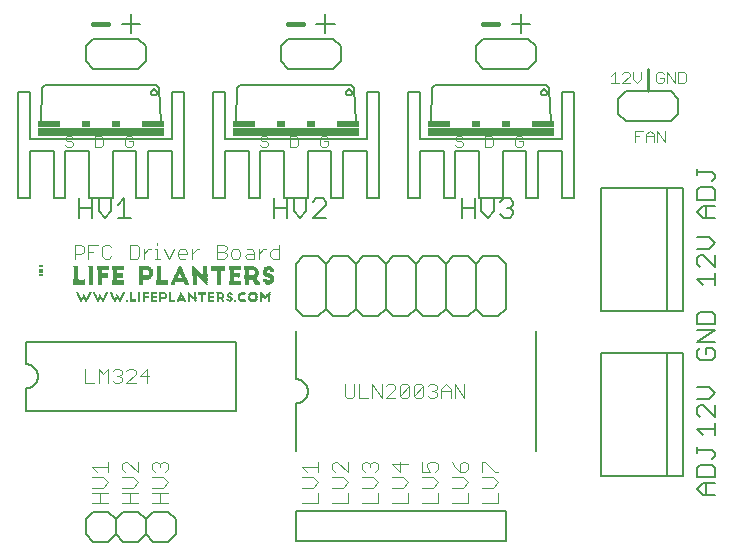
<source format=gto>
G75*
%MOIN*%
%OFA0B0*%
%FSLAX25Y25*%
%IPPOS*%
%LPD*%
%AMOC8*
5,1,8,0,0,1.08239X$1,22.5*
%
%ADD10C,0.00400*%
%ADD11C,0.00600*%
%ADD12R,0.00320X0.00080*%
%ADD13R,0.01920X0.00080*%
%ADD14R,0.00800X0.00080*%
%ADD15R,0.00320X0.00080*%
%ADD16R,0.00640X0.00080*%
%ADD17R,0.00720X0.00080*%
%ADD18R,0.00400X0.00080*%
%ADD19R,0.00480X0.00080*%
%ADD20R,0.01840X0.00080*%
%ADD21R,0.00560X0.00080*%
%ADD22R,0.00160X0.00080*%
%ADD23R,0.01920X0.00080*%
%ADD24R,0.00640X0.00080*%
%ADD25R,0.01200X0.00080*%
%ADD26R,0.01280X0.00080*%
%ADD27R,0.00240X0.00080*%
%ADD28R,0.01440X0.00080*%
%ADD29R,0.01520X0.00080*%
%ADD30R,0.00880X0.00080*%
%ADD31R,0.01760X0.00080*%
%ADD32R,0.01840X0.00080*%
%ADD33R,0.00720X0.00080*%
%ADD34R,0.02000X0.00080*%
%ADD35R,0.01360X0.00080*%
%ADD36R,0.02160X0.00080*%
%ADD37R,0.02240X0.00080*%
%ADD38R,0.01040X0.00080*%
%ADD39R,0.02400X0.00080*%
%ADD40R,0.02560X0.00080*%
%ADD41R,0.00960X0.00080*%
%ADD42R,0.02480X0.00080*%
%ADD43R,0.02640X0.00080*%
%ADD44R,0.01120X0.00080*%
%ADD45R,0.01040X0.00080*%
%ADD46R,0.01120X0.00080*%
%ADD47R,0.00080X0.00080*%
%ADD48R,0.02080X0.00080*%
%ADD49R,0.01520X0.00080*%
%ADD50R,0.01600X0.00080*%
%ADD51R,0.01680X0.00080*%
%ADD52R,0.03360X0.00080*%
%ADD53R,0.00240X0.00080*%
%ADD54R,0.02720X0.00080*%
%ADD55R,0.02320X0.00080*%
%ADD56R,0.03760X0.00080*%
%ADD57R,0.03680X0.00080*%
%ADD58R,0.03840X0.00080*%
%ADD59R,0.01440X0.00080*%
%ADD60R,0.02800X0.00080*%
%ADD61R,0.02960X0.00080*%
%ADD62R,0.05440X0.00080*%
%ADD63R,0.05360X0.00080*%
%ADD64R,0.03120X0.00080*%
%ADD65R,0.05280X0.00080*%
%ADD66R,0.03200X0.00080*%
%ADD67R,0.05200X0.00080*%
%ADD68R,0.03280X0.00080*%
%ADD69R,0.05040X0.00080*%
%ADD70R,0.03440X0.00080*%
%ADD71R,0.04960X0.00080*%
%ADD72R,0.04880X0.00080*%
%ADD73R,0.04720X0.00080*%
%ADD74R,0.04240X0.00080*%
%ADD75R,0.04560X0.00080*%
%ADD76R,0.04160X0.00080*%
%ADD77R,0.02320X0.00080*%
%ADD78R,0.03440X0.00080*%
%ADD79R,0.04480X0.00080*%
%ADD80R,0.04080X0.00080*%
%ADD81R,0.03520X0.00080*%
%ADD82R,0.04320X0.00080*%
%ADD83R,0.04000X0.00080*%
%ADD84R,0.02640X0.00080*%
%ADD85R,0.02720X0.00080*%
%ADD86R,0.02880X0.00080*%
%ADD87R,0.03040X0.00080*%
%ADD88R,0.04320X0.00080*%
%ADD89R,0.03120X0.00080*%
%ADD90R,0.04400X0.00080*%
%ADD91R,0.05040X0.00080*%
%ADD92R,0.04720X0.00080*%
%ADD93R,0.03920X0.00080*%
%ADD94R,0.03920X0.00080*%
%ADD95R,0.03600X0.00080*%
%ADD96C,0.00500*%
%ADD97C,0.00300*%
%ADD98C,0.01000*%
%ADD99C,0.00800*%
%ADD100C,0.01600*%
%ADD101R,0.42000X0.03000*%
%ADD102R,0.07500X0.02000*%
%ADD103R,0.03000X0.02000*%
%ADD104R,0.01181X0.00591*%
%ADD105R,0.01181X0.01181*%
D10*
X0052084Y0091633D02*
X0057288Y0091633D01*
X0054686Y0091633D02*
X0054686Y0095103D01*
X0055554Y0096789D02*
X0052084Y0096789D01*
X0052084Y0095103D02*
X0057288Y0095103D01*
X0055554Y0096789D02*
X0057288Y0098524D01*
X0055554Y0100259D01*
X0052084Y0100259D01*
X0053819Y0101946D02*
X0052084Y0103681D01*
X0057288Y0103681D01*
X0057288Y0105415D02*
X0057288Y0101946D01*
X0062084Y0102813D02*
X0062951Y0101946D01*
X0062084Y0102813D02*
X0062084Y0104548D01*
X0062951Y0105415D01*
X0063819Y0105415D01*
X0067288Y0101946D01*
X0067288Y0105415D01*
X0072084Y0104548D02*
X0072084Y0102813D01*
X0072951Y0101946D01*
X0072084Y0100259D02*
X0075554Y0100259D01*
X0077288Y0098524D01*
X0075554Y0096789D01*
X0072084Y0096789D01*
X0072084Y0095103D02*
X0077288Y0095103D01*
X0074686Y0095103D02*
X0074686Y0091633D01*
X0077288Y0091633D02*
X0072084Y0091633D01*
X0067288Y0091633D02*
X0062084Y0091633D01*
X0064686Y0091633D02*
X0064686Y0095103D01*
X0065554Y0096789D02*
X0062084Y0096789D01*
X0062084Y0095103D02*
X0067288Y0095103D01*
X0065554Y0096789D02*
X0067288Y0098524D01*
X0065554Y0100259D01*
X0062084Y0100259D01*
X0072084Y0104548D02*
X0072951Y0105415D01*
X0073819Y0105415D01*
X0074686Y0104548D01*
X0075554Y0105415D01*
X0076421Y0105415D01*
X0077288Y0104548D01*
X0077288Y0102813D01*
X0076421Y0101946D01*
X0074686Y0103681D02*
X0074686Y0104548D01*
X0070386Y0131633D02*
X0070386Y0136237D01*
X0068085Y0133935D01*
X0071154Y0133935D01*
X0066550Y0134702D02*
X0066550Y0135470D01*
X0065783Y0136237D01*
X0064248Y0136237D01*
X0063481Y0135470D01*
X0061946Y0135470D02*
X0061946Y0134702D01*
X0061179Y0133935D01*
X0061946Y0133168D01*
X0061946Y0132400D01*
X0061179Y0131633D01*
X0059644Y0131633D01*
X0058877Y0132400D01*
X0057342Y0131633D02*
X0057342Y0136237D01*
X0055807Y0134702D01*
X0054273Y0136237D01*
X0054273Y0131633D01*
X0052738Y0131633D02*
X0049669Y0131633D01*
X0049669Y0136237D01*
X0058877Y0135470D02*
X0059644Y0136237D01*
X0061179Y0136237D01*
X0061946Y0135470D01*
X0061179Y0133935D02*
X0060411Y0133935D01*
X0063481Y0131633D02*
X0066550Y0134702D01*
X0066550Y0131633D02*
X0063481Y0131633D01*
X0064631Y0173093D02*
X0066933Y0173093D01*
X0067700Y0173860D01*
X0067700Y0176930D01*
X0066933Y0177697D01*
X0064631Y0177697D01*
X0064631Y0173093D01*
X0069235Y0173093D02*
X0069235Y0176162D01*
X0069235Y0174628D02*
X0070770Y0176162D01*
X0071537Y0176162D01*
X0073072Y0176162D02*
X0073839Y0176162D01*
X0073839Y0173093D01*
X0073072Y0173093D02*
X0074606Y0173093D01*
X0077675Y0173093D02*
X0079210Y0176162D01*
X0080745Y0175395D02*
X0081512Y0176162D01*
X0083047Y0176162D01*
X0083814Y0175395D01*
X0083814Y0174628D01*
X0080745Y0174628D01*
X0080745Y0175395D02*
X0080745Y0173860D01*
X0081512Y0173093D01*
X0083047Y0173093D01*
X0085349Y0173093D02*
X0085349Y0176162D01*
X0086883Y0176162D02*
X0087651Y0176162D01*
X0086883Y0176162D02*
X0085349Y0174628D01*
X0093789Y0175395D02*
X0096091Y0175395D01*
X0096858Y0174628D01*
X0096858Y0173860D01*
X0096091Y0173093D01*
X0093789Y0173093D01*
X0093789Y0177697D01*
X0096091Y0177697D01*
X0096858Y0176930D01*
X0096858Y0176162D01*
X0096091Y0175395D01*
X0098393Y0175395D02*
X0098393Y0173860D01*
X0099160Y0173093D01*
X0100695Y0173093D01*
X0101462Y0173860D01*
X0101462Y0175395D01*
X0100695Y0176162D01*
X0099160Y0176162D01*
X0098393Y0175395D01*
X0102997Y0173860D02*
X0103764Y0174628D01*
X0106066Y0174628D01*
X0106066Y0175395D02*
X0106066Y0173093D01*
X0103764Y0173093D01*
X0102997Y0173860D01*
X0103764Y0176162D02*
X0105299Y0176162D01*
X0106066Y0175395D01*
X0107601Y0174628D02*
X0109136Y0176162D01*
X0109903Y0176162D01*
X0111438Y0175395D02*
X0112205Y0176162D01*
X0114507Y0176162D01*
X0114507Y0177697D02*
X0114507Y0173093D01*
X0112205Y0173093D01*
X0111438Y0173860D01*
X0111438Y0175395D01*
X0107601Y0176162D02*
X0107601Y0173093D01*
X0077675Y0173093D02*
X0076141Y0176162D01*
X0073839Y0177697D02*
X0073839Y0178464D01*
X0058492Y0176930D02*
X0057725Y0177697D01*
X0056190Y0177697D01*
X0055423Y0176930D01*
X0055423Y0173860D01*
X0056190Y0173093D01*
X0057725Y0173093D01*
X0058492Y0173860D01*
X0053889Y0177697D02*
X0050819Y0177697D01*
X0050819Y0173093D01*
X0050819Y0175395D02*
X0052354Y0175395D01*
X0049285Y0175395D02*
X0048517Y0174628D01*
X0046215Y0174628D01*
X0046215Y0173093D02*
X0046215Y0177697D01*
X0048517Y0177697D01*
X0049285Y0176930D01*
X0049285Y0175395D01*
X0136253Y0131237D02*
X0136253Y0127400D01*
X0137020Y0126633D01*
X0138555Y0126633D01*
X0139322Y0127400D01*
X0139322Y0131237D01*
X0140857Y0131237D02*
X0140857Y0126633D01*
X0143926Y0126633D01*
X0145461Y0126633D02*
X0145461Y0131237D01*
X0148530Y0126633D01*
X0148530Y0131237D01*
X0150065Y0130470D02*
X0150832Y0131237D01*
X0152367Y0131237D01*
X0153134Y0130470D01*
X0153134Y0129702D01*
X0150065Y0126633D01*
X0153134Y0126633D01*
X0154669Y0127400D02*
X0155436Y0126633D01*
X0156971Y0126633D01*
X0157738Y0127400D01*
X0157738Y0130470D01*
X0154669Y0127400D01*
X0154669Y0130470D01*
X0155436Y0131237D01*
X0156971Y0131237D01*
X0157738Y0130470D01*
X0159273Y0130470D02*
X0160040Y0131237D01*
X0161575Y0131237D01*
X0162342Y0130470D01*
X0159273Y0127400D01*
X0160040Y0126633D01*
X0161575Y0126633D01*
X0162342Y0127400D01*
X0162342Y0130470D01*
X0163877Y0130470D02*
X0164644Y0131237D01*
X0166179Y0131237D01*
X0166946Y0130470D01*
X0166946Y0129702D01*
X0166179Y0128935D01*
X0166946Y0128168D01*
X0166946Y0127400D01*
X0166179Y0126633D01*
X0164644Y0126633D01*
X0163877Y0127400D01*
X0165411Y0128935D02*
X0166179Y0128935D01*
X0168481Y0128935D02*
X0171550Y0128935D01*
X0171550Y0129702D02*
X0171550Y0126633D01*
X0173084Y0126633D02*
X0173084Y0131237D01*
X0176154Y0126633D01*
X0176154Y0131237D01*
X0171550Y0129702D02*
X0170015Y0131237D01*
X0168481Y0129702D01*
X0168481Y0126633D01*
X0159273Y0127400D02*
X0159273Y0130470D01*
X0162084Y0105415D02*
X0162084Y0101946D01*
X0164686Y0101946D01*
X0163819Y0103681D01*
X0163819Y0104548D01*
X0164686Y0105415D01*
X0166421Y0105415D01*
X0167288Y0104548D01*
X0167288Y0102813D01*
X0166421Y0101946D01*
X0165554Y0100259D02*
X0162084Y0100259D01*
X0162084Y0096789D02*
X0165554Y0096789D01*
X0167288Y0098524D01*
X0165554Y0100259D01*
X0167288Y0095103D02*
X0167288Y0091633D01*
X0162084Y0091633D01*
X0157288Y0091633D02*
X0157288Y0095103D01*
X0155554Y0096789D02*
X0157288Y0098524D01*
X0155554Y0100259D01*
X0152084Y0100259D01*
X0154686Y0101946D02*
X0154686Y0105415D01*
X0152084Y0104548D02*
X0154686Y0101946D01*
X0157288Y0104548D02*
X0152084Y0104548D01*
X0147288Y0104548D02*
X0147288Y0102813D01*
X0146421Y0101946D01*
X0145554Y0100259D02*
X0142084Y0100259D01*
X0142951Y0101946D02*
X0142084Y0102813D01*
X0142084Y0104548D01*
X0142951Y0105415D01*
X0143819Y0105415D01*
X0144686Y0104548D01*
X0145554Y0105415D01*
X0146421Y0105415D01*
X0147288Y0104548D01*
X0144686Y0104548D02*
X0144686Y0103681D01*
X0145554Y0100259D02*
X0147288Y0098524D01*
X0145554Y0096789D01*
X0142084Y0096789D01*
X0137288Y0095103D02*
X0137288Y0091633D01*
X0132084Y0091633D01*
X0127288Y0091633D02*
X0127288Y0095103D01*
X0125554Y0096789D02*
X0122084Y0096789D01*
X0125554Y0096789D02*
X0127288Y0098524D01*
X0125554Y0100259D01*
X0122084Y0100259D01*
X0123819Y0101946D02*
X0122084Y0103681D01*
X0127288Y0103681D01*
X0127288Y0105415D02*
X0127288Y0101946D01*
X0132084Y0102813D02*
X0132084Y0104548D01*
X0132951Y0105415D01*
X0133819Y0105415D01*
X0137288Y0101946D01*
X0137288Y0105415D01*
X0132951Y0101946D02*
X0132084Y0102813D01*
X0132084Y0100259D02*
X0135554Y0100259D01*
X0137288Y0098524D01*
X0135554Y0096789D01*
X0132084Y0096789D01*
X0127288Y0091633D02*
X0122084Y0091633D01*
X0142084Y0091633D02*
X0147288Y0091633D01*
X0147288Y0095103D01*
X0152084Y0096789D02*
X0155554Y0096789D01*
X0157288Y0091633D02*
X0152084Y0091633D01*
X0172084Y0091633D02*
X0177288Y0091633D01*
X0177288Y0095103D01*
X0175554Y0096789D02*
X0177288Y0098524D01*
X0175554Y0100259D01*
X0172084Y0100259D01*
X0174686Y0101946D02*
X0174686Y0104548D01*
X0175554Y0105415D01*
X0176421Y0105415D01*
X0177288Y0104548D01*
X0177288Y0102813D01*
X0176421Y0101946D01*
X0174686Y0101946D01*
X0172951Y0103681D01*
X0172084Y0105415D01*
X0172084Y0096789D02*
X0175554Y0096789D01*
X0182084Y0096789D02*
X0185554Y0096789D01*
X0187288Y0098524D01*
X0185554Y0100259D01*
X0182084Y0100259D01*
X0182084Y0101946D02*
X0182084Y0105415D01*
X0182951Y0105415D01*
X0186421Y0101946D01*
X0187288Y0101946D01*
X0187288Y0095103D02*
X0187288Y0091633D01*
X0182084Y0091633D01*
D11*
X0052488Y0078683D02*
X0049988Y0081183D01*
X0049988Y0086183D01*
X0052488Y0088683D01*
X0057488Y0088683D01*
X0059988Y0086183D01*
X0062488Y0088683D01*
X0067488Y0088683D01*
X0069988Y0086183D01*
X0072488Y0088683D01*
X0077488Y0088683D01*
X0079988Y0086183D01*
X0079988Y0081183D01*
X0077488Y0078683D01*
X0072488Y0078683D01*
X0069988Y0081183D01*
X0067488Y0078683D01*
X0062488Y0078683D01*
X0059988Y0081183D01*
X0057488Y0078683D01*
X0052488Y0078683D01*
X0059988Y0081183D02*
X0059988Y0086183D01*
X0069988Y0086183D02*
X0069988Y0081183D01*
X0119988Y0108933D02*
X0119988Y0118933D01*
X0119988Y0124933D01*
X0120114Y0124935D01*
X0120239Y0124941D01*
X0120364Y0124951D01*
X0120489Y0124965D01*
X0120614Y0124982D01*
X0120738Y0125004D01*
X0120861Y0125029D01*
X0120983Y0125059D01*
X0121104Y0125092D01*
X0121224Y0125129D01*
X0121343Y0125169D01*
X0121460Y0125214D01*
X0121577Y0125262D01*
X0121691Y0125314D01*
X0121804Y0125369D01*
X0121915Y0125428D01*
X0122024Y0125490D01*
X0122131Y0125556D01*
X0122236Y0125625D01*
X0122339Y0125697D01*
X0122440Y0125772D01*
X0122538Y0125851D01*
X0122633Y0125933D01*
X0122726Y0126017D01*
X0122816Y0126105D01*
X0122904Y0126195D01*
X0122988Y0126288D01*
X0123070Y0126383D01*
X0123149Y0126481D01*
X0123224Y0126582D01*
X0123296Y0126685D01*
X0123365Y0126790D01*
X0123431Y0126897D01*
X0123493Y0127006D01*
X0123552Y0127117D01*
X0123607Y0127230D01*
X0123659Y0127344D01*
X0123707Y0127461D01*
X0123752Y0127578D01*
X0123792Y0127697D01*
X0123829Y0127817D01*
X0123862Y0127938D01*
X0123892Y0128060D01*
X0123917Y0128183D01*
X0123939Y0128307D01*
X0123956Y0128432D01*
X0123970Y0128557D01*
X0123980Y0128682D01*
X0123986Y0128807D01*
X0123988Y0128933D01*
X0123986Y0129059D01*
X0123980Y0129184D01*
X0123970Y0129309D01*
X0123956Y0129434D01*
X0123939Y0129559D01*
X0123917Y0129683D01*
X0123892Y0129806D01*
X0123862Y0129928D01*
X0123829Y0130049D01*
X0123792Y0130169D01*
X0123752Y0130288D01*
X0123707Y0130405D01*
X0123659Y0130522D01*
X0123607Y0130636D01*
X0123552Y0130749D01*
X0123493Y0130860D01*
X0123431Y0130969D01*
X0123365Y0131076D01*
X0123296Y0131181D01*
X0123224Y0131284D01*
X0123149Y0131385D01*
X0123070Y0131483D01*
X0122988Y0131578D01*
X0122904Y0131671D01*
X0122816Y0131761D01*
X0122726Y0131849D01*
X0122633Y0131933D01*
X0122538Y0132015D01*
X0122440Y0132094D01*
X0122339Y0132169D01*
X0122236Y0132241D01*
X0122131Y0132310D01*
X0122024Y0132376D01*
X0121915Y0132438D01*
X0121804Y0132497D01*
X0121691Y0132552D01*
X0121577Y0132604D01*
X0121460Y0132652D01*
X0121343Y0132697D01*
X0121224Y0132737D01*
X0121104Y0132774D01*
X0120983Y0132807D01*
X0120861Y0132837D01*
X0120738Y0132862D01*
X0120614Y0132884D01*
X0120489Y0132901D01*
X0120364Y0132915D01*
X0120239Y0132925D01*
X0120114Y0132931D01*
X0119988Y0132933D01*
X0119988Y0138933D01*
X0119988Y0148933D01*
X0122488Y0153933D02*
X0119988Y0156433D01*
X0119988Y0171433D01*
X0122488Y0173933D01*
X0127488Y0173933D01*
X0129988Y0171433D01*
X0129988Y0156433D01*
X0132488Y0153933D01*
X0137488Y0153933D01*
X0139988Y0156433D01*
X0139988Y0171433D01*
X0142488Y0173933D01*
X0147488Y0173933D01*
X0149988Y0171433D01*
X0149988Y0156433D01*
X0152488Y0153933D01*
X0157488Y0153933D01*
X0159988Y0156433D01*
X0159988Y0171433D01*
X0162488Y0173933D01*
X0167488Y0173933D01*
X0169988Y0171433D01*
X0169988Y0156433D01*
X0172488Y0153933D01*
X0177488Y0153933D01*
X0179988Y0156433D01*
X0179988Y0171433D01*
X0182488Y0173933D01*
X0187488Y0173933D01*
X0189988Y0171433D01*
X0189988Y0156433D01*
X0187488Y0153933D01*
X0182488Y0153933D01*
X0179988Y0156433D01*
X0169988Y0156433D02*
X0167488Y0153933D01*
X0162488Y0153933D01*
X0159988Y0156433D01*
X0149988Y0156433D02*
X0147488Y0153933D01*
X0142488Y0153933D01*
X0139988Y0156433D01*
X0129988Y0156433D02*
X0127488Y0153933D01*
X0122488Y0153933D01*
X0129988Y0171433D02*
X0132488Y0173933D01*
X0137488Y0173933D01*
X0139988Y0171433D01*
X0149988Y0171433D02*
X0152488Y0173933D01*
X0157488Y0173933D01*
X0159988Y0171433D01*
X0169988Y0171433D02*
X0172488Y0173933D01*
X0177488Y0173933D01*
X0179988Y0171433D01*
X0179559Y0186733D02*
X0179559Y0193139D01*
X0181734Y0193139D02*
X0181734Y0188868D01*
X0183869Y0186733D01*
X0186004Y0188868D01*
X0186004Y0193139D01*
X0188179Y0192071D02*
X0189247Y0193139D01*
X0191382Y0193139D01*
X0192450Y0192071D01*
X0192450Y0191003D01*
X0191382Y0189936D01*
X0192450Y0188868D01*
X0192450Y0187801D01*
X0191382Y0186733D01*
X0189247Y0186733D01*
X0188179Y0187801D01*
X0190315Y0189936D02*
X0191382Y0189936D01*
X0179559Y0189936D02*
X0175288Y0189936D01*
X0175288Y0186733D02*
X0175288Y0193139D01*
X0164988Y0218433D02*
X0165488Y0229933D01*
X0166488Y0230933D01*
X0203488Y0230933D01*
X0204488Y0229933D01*
X0204988Y0218433D01*
X0201688Y0228533D02*
X0201690Y0228596D01*
X0201696Y0228658D01*
X0201706Y0228720D01*
X0201719Y0228782D01*
X0201737Y0228842D01*
X0201758Y0228901D01*
X0201783Y0228959D01*
X0201812Y0229015D01*
X0201844Y0229069D01*
X0201879Y0229121D01*
X0201917Y0229170D01*
X0201959Y0229218D01*
X0202003Y0229262D01*
X0202051Y0229304D01*
X0202100Y0229342D01*
X0202152Y0229377D01*
X0202206Y0229409D01*
X0202262Y0229438D01*
X0202320Y0229463D01*
X0202379Y0229484D01*
X0202439Y0229502D01*
X0202501Y0229515D01*
X0202563Y0229525D01*
X0202625Y0229531D01*
X0202688Y0229533D01*
X0202751Y0229531D01*
X0202813Y0229525D01*
X0202875Y0229515D01*
X0202937Y0229502D01*
X0202997Y0229484D01*
X0203056Y0229463D01*
X0203114Y0229438D01*
X0203170Y0229409D01*
X0203224Y0229377D01*
X0203276Y0229342D01*
X0203325Y0229304D01*
X0203373Y0229262D01*
X0203417Y0229218D01*
X0203459Y0229170D01*
X0203497Y0229121D01*
X0203532Y0229069D01*
X0203564Y0229015D01*
X0203593Y0228959D01*
X0203618Y0228901D01*
X0203639Y0228842D01*
X0203657Y0228782D01*
X0203670Y0228720D01*
X0203680Y0228658D01*
X0203686Y0228596D01*
X0203688Y0228533D01*
X0203686Y0228470D01*
X0203680Y0228408D01*
X0203670Y0228346D01*
X0203657Y0228284D01*
X0203639Y0228224D01*
X0203618Y0228165D01*
X0203593Y0228107D01*
X0203564Y0228051D01*
X0203532Y0227997D01*
X0203497Y0227945D01*
X0203459Y0227896D01*
X0203417Y0227848D01*
X0203373Y0227804D01*
X0203325Y0227762D01*
X0203276Y0227724D01*
X0203224Y0227689D01*
X0203170Y0227657D01*
X0203114Y0227628D01*
X0203056Y0227603D01*
X0202997Y0227582D01*
X0202937Y0227564D01*
X0202875Y0227551D01*
X0202813Y0227541D01*
X0202751Y0227535D01*
X0202688Y0227533D01*
X0202625Y0227535D01*
X0202563Y0227541D01*
X0202501Y0227551D01*
X0202439Y0227564D01*
X0202379Y0227582D01*
X0202320Y0227603D01*
X0202262Y0227628D01*
X0202206Y0227657D01*
X0202152Y0227689D01*
X0202100Y0227724D01*
X0202051Y0227762D01*
X0202003Y0227804D01*
X0201959Y0227848D01*
X0201917Y0227896D01*
X0201879Y0227945D01*
X0201844Y0227997D01*
X0201812Y0228051D01*
X0201783Y0228107D01*
X0201758Y0228165D01*
X0201737Y0228224D01*
X0201719Y0228284D01*
X0201706Y0228346D01*
X0201696Y0228408D01*
X0201690Y0228470D01*
X0201688Y0228533D01*
X0197488Y0236433D02*
X0182488Y0236433D01*
X0179988Y0238933D01*
X0179988Y0243933D01*
X0182488Y0246433D01*
X0197488Y0246433D01*
X0199988Y0243933D01*
X0199988Y0238933D01*
X0197488Y0236433D01*
X0227488Y0226433D02*
X0227488Y0221433D01*
X0229988Y0218933D01*
X0244988Y0218933D01*
X0247488Y0221433D01*
X0247488Y0226433D01*
X0244988Y0228933D01*
X0229988Y0228933D01*
X0227488Y0226433D01*
X0139988Y0218433D02*
X0139488Y0229933D01*
X0138488Y0230933D01*
X0101488Y0230933D01*
X0100488Y0229933D01*
X0099988Y0218433D01*
X0074988Y0218433D02*
X0074488Y0229933D01*
X0073488Y0230933D01*
X0036488Y0230933D01*
X0035488Y0229933D01*
X0034988Y0218433D01*
X0052488Y0236433D02*
X0049988Y0238933D01*
X0049988Y0243933D01*
X0052488Y0246433D01*
X0067488Y0246433D01*
X0069988Y0243933D01*
X0069988Y0238933D01*
X0067488Y0236433D01*
X0052488Y0236433D01*
X0071688Y0228533D02*
X0071690Y0228596D01*
X0071696Y0228658D01*
X0071706Y0228720D01*
X0071719Y0228782D01*
X0071737Y0228842D01*
X0071758Y0228901D01*
X0071783Y0228959D01*
X0071812Y0229015D01*
X0071844Y0229069D01*
X0071879Y0229121D01*
X0071917Y0229170D01*
X0071959Y0229218D01*
X0072003Y0229262D01*
X0072051Y0229304D01*
X0072100Y0229342D01*
X0072152Y0229377D01*
X0072206Y0229409D01*
X0072262Y0229438D01*
X0072320Y0229463D01*
X0072379Y0229484D01*
X0072439Y0229502D01*
X0072501Y0229515D01*
X0072563Y0229525D01*
X0072625Y0229531D01*
X0072688Y0229533D01*
X0072751Y0229531D01*
X0072813Y0229525D01*
X0072875Y0229515D01*
X0072937Y0229502D01*
X0072997Y0229484D01*
X0073056Y0229463D01*
X0073114Y0229438D01*
X0073170Y0229409D01*
X0073224Y0229377D01*
X0073276Y0229342D01*
X0073325Y0229304D01*
X0073373Y0229262D01*
X0073417Y0229218D01*
X0073459Y0229170D01*
X0073497Y0229121D01*
X0073532Y0229069D01*
X0073564Y0229015D01*
X0073593Y0228959D01*
X0073618Y0228901D01*
X0073639Y0228842D01*
X0073657Y0228782D01*
X0073670Y0228720D01*
X0073680Y0228658D01*
X0073686Y0228596D01*
X0073688Y0228533D01*
X0073686Y0228470D01*
X0073680Y0228408D01*
X0073670Y0228346D01*
X0073657Y0228284D01*
X0073639Y0228224D01*
X0073618Y0228165D01*
X0073593Y0228107D01*
X0073564Y0228051D01*
X0073532Y0227997D01*
X0073497Y0227945D01*
X0073459Y0227896D01*
X0073417Y0227848D01*
X0073373Y0227804D01*
X0073325Y0227762D01*
X0073276Y0227724D01*
X0073224Y0227689D01*
X0073170Y0227657D01*
X0073114Y0227628D01*
X0073056Y0227603D01*
X0072997Y0227582D01*
X0072937Y0227564D01*
X0072875Y0227551D01*
X0072813Y0227541D01*
X0072751Y0227535D01*
X0072688Y0227533D01*
X0072625Y0227535D01*
X0072563Y0227541D01*
X0072501Y0227551D01*
X0072439Y0227564D01*
X0072379Y0227582D01*
X0072320Y0227603D01*
X0072262Y0227628D01*
X0072206Y0227657D01*
X0072152Y0227689D01*
X0072100Y0227724D01*
X0072051Y0227762D01*
X0072003Y0227804D01*
X0071959Y0227848D01*
X0071917Y0227896D01*
X0071879Y0227945D01*
X0071844Y0227997D01*
X0071812Y0228051D01*
X0071783Y0228107D01*
X0071758Y0228165D01*
X0071737Y0228224D01*
X0071719Y0228284D01*
X0071706Y0228346D01*
X0071696Y0228408D01*
X0071690Y0228470D01*
X0071688Y0228533D01*
X0114988Y0238933D02*
X0114988Y0243933D01*
X0117488Y0246433D01*
X0132488Y0246433D01*
X0134988Y0243933D01*
X0134988Y0238933D01*
X0132488Y0236433D01*
X0117488Y0236433D01*
X0114988Y0238933D01*
X0136688Y0228533D02*
X0136690Y0228596D01*
X0136696Y0228658D01*
X0136706Y0228720D01*
X0136719Y0228782D01*
X0136737Y0228842D01*
X0136758Y0228901D01*
X0136783Y0228959D01*
X0136812Y0229015D01*
X0136844Y0229069D01*
X0136879Y0229121D01*
X0136917Y0229170D01*
X0136959Y0229218D01*
X0137003Y0229262D01*
X0137051Y0229304D01*
X0137100Y0229342D01*
X0137152Y0229377D01*
X0137206Y0229409D01*
X0137262Y0229438D01*
X0137320Y0229463D01*
X0137379Y0229484D01*
X0137439Y0229502D01*
X0137501Y0229515D01*
X0137563Y0229525D01*
X0137625Y0229531D01*
X0137688Y0229533D01*
X0137751Y0229531D01*
X0137813Y0229525D01*
X0137875Y0229515D01*
X0137937Y0229502D01*
X0137997Y0229484D01*
X0138056Y0229463D01*
X0138114Y0229438D01*
X0138170Y0229409D01*
X0138224Y0229377D01*
X0138276Y0229342D01*
X0138325Y0229304D01*
X0138373Y0229262D01*
X0138417Y0229218D01*
X0138459Y0229170D01*
X0138497Y0229121D01*
X0138532Y0229069D01*
X0138564Y0229015D01*
X0138593Y0228959D01*
X0138618Y0228901D01*
X0138639Y0228842D01*
X0138657Y0228782D01*
X0138670Y0228720D01*
X0138680Y0228658D01*
X0138686Y0228596D01*
X0138688Y0228533D01*
X0138686Y0228470D01*
X0138680Y0228408D01*
X0138670Y0228346D01*
X0138657Y0228284D01*
X0138639Y0228224D01*
X0138618Y0228165D01*
X0138593Y0228107D01*
X0138564Y0228051D01*
X0138532Y0227997D01*
X0138497Y0227945D01*
X0138459Y0227896D01*
X0138417Y0227848D01*
X0138373Y0227804D01*
X0138325Y0227762D01*
X0138276Y0227724D01*
X0138224Y0227689D01*
X0138170Y0227657D01*
X0138114Y0227628D01*
X0138056Y0227603D01*
X0137997Y0227582D01*
X0137937Y0227564D01*
X0137875Y0227551D01*
X0137813Y0227541D01*
X0137751Y0227535D01*
X0137688Y0227533D01*
X0137625Y0227535D01*
X0137563Y0227541D01*
X0137501Y0227551D01*
X0137439Y0227564D01*
X0137379Y0227582D01*
X0137320Y0227603D01*
X0137262Y0227628D01*
X0137206Y0227657D01*
X0137152Y0227689D01*
X0137100Y0227724D01*
X0137051Y0227762D01*
X0137003Y0227804D01*
X0136959Y0227848D01*
X0136917Y0227896D01*
X0136879Y0227945D01*
X0136844Y0227997D01*
X0136812Y0228051D01*
X0136783Y0228107D01*
X0136758Y0228165D01*
X0136737Y0228224D01*
X0136719Y0228284D01*
X0136706Y0228346D01*
X0136696Y0228408D01*
X0136690Y0228470D01*
X0136688Y0228533D01*
X0128882Y0193139D02*
X0126747Y0193139D01*
X0125679Y0192071D01*
X0123504Y0193139D02*
X0123504Y0188868D01*
X0121369Y0186733D01*
X0119234Y0188868D01*
X0119234Y0193139D01*
X0117059Y0193139D02*
X0117059Y0186733D01*
X0117059Y0189936D02*
X0112788Y0189936D01*
X0112788Y0186733D02*
X0112788Y0193139D01*
X0125679Y0186733D02*
X0129950Y0191003D01*
X0129950Y0192071D01*
X0128882Y0193139D01*
X0129950Y0186733D02*
X0125679Y0186733D01*
X0099988Y0145433D02*
X0099988Y0122433D01*
X0029988Y0122433D01*
X0029988Y0129933D01*
X0030114Y0129935D01*
X0030239Y0129941D01*
X0030364Y0129951D01*
X0030489Y0129965D01*
X0030614Y0129982D01*
X0030738Y0130004D01*
X0030861Y0130029D01*
X0030983Y0130059D01*
X0031104Y0130092D01*
X0031224Y0130129D01*
X0031343Y0130169D01*
X0031460Y0130214D01*
X0031577Y0130262D01*
X0031691Y0130314D01*
X0031804Y0130369D01*
X0031915Y0130428D01*
X0032024Y0130490D01*
X0032131Y0130556D01*
X0032236Y0130625D01*
X0032339Y0130697D01*
X0032440Y0130772D01*
X0032538Y0130851D01*
X0032633Y0130933D01*
X0032726Y0131017D01*
X0032816Y0131105D01*
X0032904Y0131195D01*
X0032988Y0131288D01*
X0033070Y0131383D01*
X0033149Y0131481D01*
X0033224Y0131582D01*
X0033296Y0131685D01*
X0033365Y0131790D01*
X0033431Y0131897D01*
X0033493Y0132006D01*
X0033552Y0132117D01*
X0033607Y0132230D01*
X0033659Y0132344D01*
X0033707Y0132461D01*
X0033752Y0132578D01*
X0033792Y0132697D01*
X0033829Y0132817D01*
X0033862Y0132938D01*
X0033892Y0133060D01*
X0033917Y0133183D01*
X0033939Y0133307D01*
X0033956Y0133432D01*
X0033970Y0133557D01*
X0033980Y0133682D01*
X0033986Y0133807D01*
X0033988Y0133933D01*
X0033986Y0134059D01*
X0033980Y0134184D01*
X0033970Y0134309D01*
X0033956Y0134434D01*
X0033939Y0134559D01*
X0033917Y0134683D01*
X0033892Y0134806D01*
X0033862Y0134928D01*
X0033829Y0135049D01*
X0033792Y0135169D01*
X0033752Y0135288D01*
X0033707Y0135405D01*
X0033659Y0135522D01*
X0033607Y0135636D01*
X0033552Y0135749D01*
X0033493Y0135860D01*
X0033431Y0135969D01*
X0033365Y0136076D01*
X0033296Y0136181D01*
X0033224Y0136284D01*
X0033149Y0136385D01*
X0033070Y0136483D01*
X0032988Y0136578D01*
X0032904Y0136671D01*
X0032816Y0136761D01*
X0032726Y0136849D01*
X0032633Y0136933D01*
X0032538Y0137015D01*
X0032440Y0137094D01*
X0032339Y0137169D01*
X0032236Y0137241D01*
X0032131Y0137310D01*
X0032024Y0137376D01*
X0031915Y0137438D01*
X0031804Y0137497D01*
X0031691Y0137552D01*
X0031577Y0137604D01*
X0031460Y0137652D01*
X0031343Y0137697D01*
X0031224Y0137737D01*
X0031104Y0137774D01*
X0030983Y0137807D01*
X0030861Y0137837D01*
X0030738Y0137862D01*
X0030614Y0137884D01*
X0030489Y0137901D01*
X0030364Y0137915D01*
X0030239Y0137925D01*
X0030114Y0137931D01*
X0029988Y0137933D01*
X0029988Y0145433D01*
X0099988Y0145433D01*
X0064950Y0186733D02*
X0060679Y0186733D01*
X0062815Y0186733D02*
X0062815Y0193139D01*
X0060679Y0191003D01*
X0058504Y0188868D02*
X0058504Y0193139D01*
X0054234Y0193139D02*
X0054234Y0188868D01*
X0056369Y0186733D01*
X0058504Y0188868D01*
X0052059Y0189936D02*
X0047788Y0189936D01*
X0047788Y0186733D02*
X0047788Y0193139D01*
X0052059Y0193139D02*
X0052059Y0186733D01*
X0199988Y0148933D02*
X0199988Y0138933D01*
X0199988Y0118933D01*
X0199988Y0108933D01*
D12*
X0109808Y0159573D03*
X0102768Y0159333D03*
X0086608Y0158773D03*
X0081808Y0161413D03*
X0081808Y0161493D03*
X0063808Y0158533D03*
D13*
X0065728Y0158533D03*
X0065728Y0158613D03*
X0065728Y0158693D03*
X0065728Y0158773D03*
X0065728Y0158853D03*
X0065728Y0158933D03*
X0065728Y0159013D03*
X0065728Y0159093D03*
X0065728Y0159173D03*
X0072688Y0159013D03*
X0072688Y0158933D03*
X0072688Y0158853D03*
X0072688Y0158773D03*
X0072688Y0158693D03*
X0072688Y0158613D03*
X0072688Y0158533D03*
X0072688Y0161173D03*
X0072688Y0161253D03*
X0072688Y0161333D03*
X0072688Y0161413D03*
X0072688Y0161493D03*
X0072688Y0161573D03*
X0072688Y0161653D03*
X0072688Y0161733D03*
X0075488Y0161413D03*
X0086448Y0168853D03*
X0094528Y0161413D03*
X0105648Y0161413D03*
X0110848Y0164613D03*
D14*
X0111088Y0161253D03*
X0111088Y0160133D03*
X0109808Y0159813D03*
X0108528Y0160133D03*
X0108528Y0161253D03*
X0106848Y0160453D03*
X0106848Y0160373D03*
X0106768Y0160613D03*
X0106848Y0159893D03*
X0106848Y0159813D03*
X0106848Y0159733D03*
X0106768Y0159653D03*
X0106768Y0159573D03*
X0105648Y0158533D03*
X0104528Y0159653D03*
X0104448Y0159893D03*
X0104448Y0160373D03*
X0104528Y0160533D03*
X0104528Y0160613D03*
X0101088Y0160613D03*
X0101008Y0160453D03*
X0101008Y0160373D03*
X0101008Y0159893D03*
X0101008Y0159813D03*
X0101008Y0159733D03*
X0101088Y0159653D03*
X0098288Y0159893D03*
X0097888Y0158693D03*
X0091248Y0159893D03*
X0086368Y0159253D03*
X0084528Y0161013D03*
X0081808Y0161013D03*
X0072128Y0161093D03*
X0072128Y0159813D03*
X0072128Y0159093D03*
X0069408Y0159093D03*
X0069408Y0159013D03*
X0069408Y0158933D03*
X0069408Y0158853D03*
X0069408Y0158773D03*
X0069408Y0158693D03*
X0069408Y0158613D03*
X0069408Y0158533D03*
X0069408Y0159173D03*
X0069408Y0159253D03*
X0069408Y0159333D03*
X0069408Y0159413D03*
X0069408Y0159493D03*
X0069408Y0159573D03*
X0069408Y0159653D03*
X0069408Y0159733D03*
X0069408Y0159813D03*
X0069408Y0160533D03*
X0069408Y0160613D03*
X0069408Y0160693D03*
X0069408Y0160773D03*
X0069408Y0160853D03*
X0069408Y0160933D03*
X0069408Y0161013D03*
X0069408Y0161093D03*
X0067808Y0161093D03*
X0067808Y0161013D03*
X0067808Y0160933D03*
X0067808Y0160853D03*
X0067808Y0160773D03*
X0067808Y0160693D03*
X0067808Y0160613D03*
X0067808Y0160533D03*
X0067808Y0160453D03*
X0067808Y0160373D03*
X0067808Y0160293D03*
X0067808Y0160213D03*
X0067808Y0160133D03*
X0067808Y0160053D03*
X0067808Y0159973D03*
X0067808Y0159893D03*
X0067808Y0159813D03*
X0067808Y0159733D03*
X0067808Y0159653D03*
X0067808Y0159573D03*
X0067808Y0159493D03*
X0067808Y0159413D03*
X0067808Y0159333D03*
X0067808Y0159253D03*
X0067808Y0159173D03*
X0067808Y0159093D03*
X0067808Y0159013D03*
X0067808Y0158933D03*
X0067808Y0158853D03*
X0067808Y0158773D03*
X0067808Y0158693D03*
X0067808Y0158613D03*
X0067808Y0158533D03*
X0067808Y0161173D03*
X0067808Y0161253D03*
X0067808Y0161333D03*
X0067808Y0161413D03*
X0067808Y0161493D03*
X0067808Y0161573D03*
X0067808Y0161653D03*
X0067808Y0161733D03*
X0060528Y0160293D03*
X0060528Y0160213D03*
X0059568Y0159013D03*
X0055728Y0159013D03*
X0054848Y0160213D03*
X0054848Y0160293D03*
X0053968Y0159093D03*
X0053968Y0159013D03*
X0048368Y0159013D03*
X0048368Y0159093D03*
X0081248Y0170053D03*
X0085888Y0169973D03*
D15*
X0084288Y0161493D03*
X0076688Y0160853D03*
X0076688Y0160293D03*
X0060448Y0160773D03*
X0054848Y0160853D03*
X0095728Y0160853D03*
X0099728Y0158533D03*
X0105648Y0161733D03*
X0111328Y0161733D03*
X0110848Y0170293D03*
D16*
X0111168Y0161413D03*
X0109808Y0159733D03*
X0108448Y0161413D03*
X0102208Y0158533D03*
X0095728Y0158773D03*
X0095648Y0158933D03*
X0095568Y0159013D03*
X0095408Y0159333D03*
X0091168Y0159333D03*
X0091168Y0159253D03*
X0091168Y0159173D03*
X0091168Y0159093D03*
X0091168Y0159413D03*
X0091168Y0159493D03*
X0091168Y0159573D03*
X0091168Y0159653D03*
X0091168Y0159733D03*
X0091168Y0159813D03*
X0091168Y0160453D03*
X0091168Y0160533D03*
X0091168Y0160613D03*
X0091168Y0160693D03*
X0091168Y0160773D03*
X0091168Y0160853D03*
X0091168Y0160933D03*
X0091168Y0161013D03*
X0091168Y0161093D03*
X0091168Y0161173D03*
X0088848Y0161013D03*
X0088848Y0160933D03*
X0088848Y0160853D03*
X0088848Y0160773D03*
X0088848Y0160693D03*
X0088848Y0160613D03*
X0088848Y0160533D03*
X0088848Y0160453D03*
X0088848Y0160373D03*
X0088848Y0160293D03*
X0088848Y0160213D03*
X0088848Y0160133D03*
X0088848Y0160053D03*
X0088848Y0159973D03*
X0088848Y0159893D03*
X0088848Y0159813D03*
X0088848Y0159733D03*
X0088848Y0159653D03*
X0088848Y0159573D03*
X0088848Y0159493D03*
X0088848Y0159413D03*
X0088848Y0159333D03*
X0088848Y0159253D03*
X0088848Y0159173D03*
X0088848Y0159093D03*
X0088848Y0159013D03*
X0088848Y0158933D03*
X0088848Y0158853D03*
X0088848Y0158773D03*
X0088848Y0158693D03*
X0088848Y0158613D03*
X0086448Y0159093D03*
X0086448Y0160613D03*
X0086448Y0160693D03*
X0086448Y0160773D03*
X0086448Y0160853D03*
X0086448Y0160933D03*
X0086448Y0161013D03*
X0086448Y0161093D03*
X0086448Y0161173D03*
X0086448Y0161253D03*
X0086448Y0161333D03*
X0086448Y0161413D03*
X0086448Y0161493D03*
X0086448Y0161573D03*
X0086448Y0161653D03*
X0084448Y0161173D03*
X0084448Y0160053D03*
X0084448Y0159973D03*
X0084448Y0159893D03*
X0084448Y0159813D03*
X0084448Y0159733D03*
X0084448Y0159653D03*
X0084448Y0159573D03*
X0084448Y0159493D03*
X0084448Y0159413D03*
X0084448Y0159333D03*
X0084448Y0159253D03*
X0084448Y0159173D03*
X0084448Y0159093D03*
X0084448Y0159013D03*
X0084448Y0158933D03*
X0084448Y0158853D03*
X0084448Y0158773D03*
X0084448Y0158693D03*
X0084448Y0158613D03*
X0081008Y0159573D03*
X0081808Y0161173D03*
X0077968Y0159253D03*
X0077968Y0159173D03*
X0074848Y0159173D03*
X0074848Y0159093D03*
X0074848Y0159013D03*
X0074848Y0158933D03*
X0074848Y0158853D03*
X0074848Y0158773D03*
X0074848Y0158693D03*
X0074848Y0158613D03*
X0074848Y0159253D03*
X0074848Y0159333D03*
X0074848Y0159413D03*
X0074848Y0159493D03*
X0074848Y0159973D03*
X0074848Y0160053D03*
X0074848Y0160133D03*
X0074848Y0160213D03*
X0074848Y0160293D03*
X0074848Y0160373D03*
X0074848Y0160453D03*
X0074848Y0160533D03*
X0074848Y0160613D03*
X0074848Y0160693D03*
X0074848Y0160773D03*
X0074848Y0160853D03*
X0074848Y0160933D03*
X0074848Y0161013D03*
X0074848Y0161093D03*
X0081328Y0170293D03*
X0085808Y0170133D03*
X0062368Y0161013D03*
X0062368Y0160933D03*
X0062208Y0160693D03*
X0062208Y0160613D03*
X0062128Y0160453D03*
X0061968Y0160053D03*
X0061408Y0158853D03*
X0060528Y0160373D03*
X0060528Y0160453D03*
X0059168Y0159733D03*
X0058768Y0160533D03*
X0058768Y0160613D03*
X0058608Y0160853D03*
X0058608Y0160933D03*
X0058528Y0161173D03*
X0058368Y0161493D03*
X0058368Y0161573D03*
X0057008Y0161573D03*
X0057008Y0161493D03*
X0056928Y0161413D03*
X0056928Y0161333D03*
X0056848Y0161173D03*
X0056608Y0160773D03*
X0056528Y0160613D03*
X0056368Y0160213D03*
X0056368Y0160133D03*
X0056208Y0159813D03*
X0055728Y0158853D03*
X0055728Y0158773D03*
X0053968Y0158773D03*
X0053968Y0158853D03*
X0053968Y0158933D03*
X0053408Y0159973D03*
X0053408Y0160053D03*
X0053328Y0160133D03*
X0053328Y0160213D03*
X0053248Y0160293D03*
X0053248Y0160373D03*
X0052848Y0161173D03*
X0052768Y0161333D03*
X0052768Y0161413D03*
X0052608Y0161653D03*
X0051408Y0161493D03*
X0051328Y0161333D03*
X0051248Y0161173D03*
X0051168Y0160933D03*
X0050928Y0160373D03*
X0050608Y0159813D03*
X0049248Y0160373D03*
X0047968Y0159813D03*
X0047728Y0160213D03*
X0047648Y0160373D03*
X0047568Y0160533D03*
X0047568Y0160613D03*
X0047568Y0160693D03*
X0047408Y0160933D03*
X0047408Y0161013D03*
X0047328Y0161173D03*
X0047248Y0161333D03*
X0054848Y0160453D03*
X0054848Y0160373D03*
X0059568Y0158853D03*
D17*
X0055688Y0158933D03*
X0065128Y0159253D03*
X0065128Y0159333D03*
X0065128Y0159413D03*
X0065128Y0159493D03*
X0065128Y0159573D03*
X0065128Y0159653D03*
X0065128Y0159733D03*
X0065128Y0159813D03*
X0065128Y0159893D03*
X0065128Y0159973D03*
X0065128Y0160053D03*
X0065128Y0160133D03*
X0065128Y0160213D03*
X0065128Y0160293D03*
X0065128Y0160373D03*
X0065128Y0160453D03*
X0065128Y0160533D03*
X0065128Y0160613D03*
X0065128Y0160693D03*
X0065128Y0160773D03*
X0065128Y0160853D03*
X0065128Y0160933D03*
X0065128Y0161013D03*
X0065128Y0161093D03*
X0065128Y0161173D03*
X0065128Y0161253D03*
X0065128Y0161333D03*
X0065128Y0161413D03*
X0065128Y0161493D03*
X0065128Y0161573D03*
X0065128Y0161653D03*
X0065128Y0161733D03*
X0072088Y0161013D03*
X0072088Y0160933D03*
X0072088Y0160853D03*
X0072088Y0160773D03*
X0072088Y0160693D03*
X0072088Y0160613D03*
X0072088Y0160533D03*
X0072088Y0159733D03*
X0072088Y0159653D03*
X0072088Y0159573D03*
X0072088Y0159493D03*
X0072088Y0159413D03*
X0072088Y0159333D03*
X0072088Y0159253D03*
X0072088Y0159173D03*
X0074888Y0161173D03*
X0084488Y0161093D03*
X0084488Y0160133D03*
X0093928Y0159493D03*
X0093928Y0159413D03*
X0093928Y0161173D03*
X0097928Y0161493D03*
X0104488Y0160453D03*
X0104488Y0159813D03*
X0104488Y0159733D03*
X0106888Y0159973D03*
X0106888Y0160053D03*
X0106888Y0160133D03*
X0106888Y0160213D03*
X0106888Y0160293D03*
X0108488Y0160053D03*
X0108488Y0159973D03*
X0108488Y0159893D03*
X0108488Y0159813D03*
X0108488Y0159733D03*
X0108488Y0159653D03*
X0108488Y0159573D03*
X0108488Y0159493D03*
X0108488Y0159413D03*
X0108488Y0159333D03*
X0108488Y0159253D03*
X0108488Y0159173D03*
X0108488Y0159093D03*
X0108488Y0159013D03*
X0108488Y0158933D03*
X0108488Y0158853D03*
X0108488Y0158773D03*
X0108488Y0158693D03*
X0108488Y0158613D03*
X0108488Y0158533D03*
X0111128Y0158533D03*
X0111128Y0158613D03*
X0111128Y0158693D03*
X0111128Y0158773D03*
X0111128Y0158853D03*
X0111128Y0158933D03*
X0111128Y0159013D03*
X0111128Y0159093D03*
X0111128Y0159173D03*
X0111128Y0159253D03*
X0111128Y0159333D03*
X0111128Y0159413D03*
X0111128Y0159493D03*
X0111128Y0159573D03*
X0111128Y0159653D03*
X0111128Y0159733D03*
X0111128Y0159813D03*
X0111128Y0159893D03*
X0111128Y0159973D03*
X0111128Y0160053D03*
X0111128Y0161333D03*
X0108488Y0161333D03*
X0110888Y0164373D03*
X0085848Y0170053D03*
X0081288Y0170133D03*
X0081288Y0170213D03*
D18*
X0084328Y0161413D03*
X0086568Y0158853D03*
X0081208Y0160053D03*
X0081128Y0159893D03*
X0076728Y0160373D03*
X0076728Y0160453D03*
X0076728Y0160533D03*
X0076728Y0160613D03*
X0076728Y0160693D03*
X0076728Y0160773D03*
X0076648Y0160933D03*
X0076648Y0160213D03*
X0063768Y0159013D03*
X0060488Y0160693D03*
X0059608Y0158693D03*
X0059608Y0158613D03*
X0054808Y0160693D03*
X0054808Y0160773D03*
X0053928Y0158613D03*
X0050168Y0158613D03*
X0048408Y0158613D03*
X0049288Y0160613D03*
X0049288Y0160693D03*
X0095688Y0160933D03*
X0095768Y0160773D03*
X0095768Y0160693D03*
X0095768Y0160613D03*
X0095768Y0160533D03*
X0095768Y0160453D03*
X0095768Y0160373D03*
X0097288Y0160693D03*
X0097288Y0160773D03*
X0097288Y0160853D03*
X0097288Y0160933D03*
X0097368Y0161013D03*
X0099688Y0159013D03*
X0102728Y0160933D03*
X0102248Y0161733D03*
X0108328Y0161653D03*
X0111288Y0161653D03*
X0101048Y0167973D03*
X0100328Y0167973D03*
D19*
X0098448Y0161093D03*
X0098528Y0161013D03*
X0097408Y0161093D03*
X0097328Y0160613D03*
X0097328Y0160533D03*
X0097328Y0160453D03*
X0097328Y0159253D03*
X0097408Y0159173D03*
X0098528Y0159253D03*
X0098528Y0159333D03*
X0098528Y0159413D03*
X0098528Y0159493D03*
X0098528Y0159573D03*
X0098528Y0159653D03*
X0098448Y0159813D03*
X0099728Y0158933D03*
X0099728Y0158613D03*
X0095728Y0160293D03*
X0095648Y0160213D03*
X0095648Y0161013D03*
X0095568Y0161093D03*
X0090288Y0164373D03*
X0086528Y0158933D03*
X0084368Y0161333D03*
X0082288Y0160293D03*
X0082288Y0160213D03*
X0082368Y0160133D03*
X0082368Y0160053D03*
X0082448Y0159813D03*
X0082528Y0159733D03*
X0082528Y0159653D03*
X0082208Y0160373D03*
X0081328Y0160293D03*
X0081328Y0160213D03*
X0081248Y0160133D03*
X0081168Y0159973D03*
X0081088Y0159813D03*
X0081088Y0159733D03*
X0081088Y0159653D03*
X0080688Y0158933D03*
X0080688Y0158853D03*
X0080608Y0158693D03*
X0080528Y0158613D03*
X0082928Y0158853D03*
X0081808Y0161253D03*
X0081808Y0161333D03*
X0076608Y0161013D03*
X0076528Y0161093D03*
X0076608Y0160133D03*
X0076528Y0160053D03*
X0063808Y0158613D03*
X0061408Y0158613D03*
X0060448Y0160613D03*
X0059008Y0160053D03*
X0058928Y0160213D03*
X0055728Y0158693D03*
X0055728Y0158613D03*
X0053968Y0158693D03*
X0054848Y0160533D03*
X0054848Y0160613D03*
X0053088Y0160693D03*
X0053008Y0160853D03*
X0052928Y0161013D03*
X0050128Y0158693D03*
X0047168Y0161493D03*
X0047088Y0161653D03*
X0062608Y0161493D03*
X0108368Y0161573D03*
X0109808Y0159653D03*
X0111248Y0161573D03*
D20*
X0091768Y0161253D03*
X0089608Y0165733D03*
X0086408Y0168933D03*
X0075448Y0159653D03*
X0072648Y0159893D03*
X0072648Y0159973D03*
X0072648Y0160053D03*
X0072648Y0160133D03*
X0072648Y0160213D03*
X0072648Y0160293D03*
X0072648Y0160373D03*
X0069928Y0160373D03*
X0069928Y0160293D03*
X0069928Y0160213D03*
X0069928Y0160133D03*
X0069928Y0160053D03*
X0069928Y0159973D03*
X0069928Y0159893D03*
X0069928Y0160453D03*
X0078568Y0159093D03*
X0078568Y0159013D03*
X0078568Y0158933D03*
X0078568Y0158853D03*
X0078568Y0158773D03*
X0078568Y0158693D03*
X0078568Y0158613D03*
D21*
X0077928Y0159333D03*
X0077928Y0159413D03*
X0077928Y0159493D03*
X0077928Y0159573D03*
X0077928Y0159653D03*
X0077928Y0159733D03*
X0077928Y0159813D03*
X0077928Y0159893D03*
X0077928Y0159973D03*
X0077928Y0160053D03*
X0077928Y0160133D03*
X0077928Y0160213D03*
X0077928Y0160293D03*
X0077928Y0160373D03*
X0077928Y0160453D03*
X0077928Y0160533D03*
X0077928Y0160613D03*
X0077928Y0160693D03*
X0077928Y0160773D03*
X0077928Y0160853D03*
X0077928Y0160933D03*
X0077928Y0161013D03*
X0077928Y0161093D03*
X0077928Y0161173D03*
X0077928Y0161253D03*
X0077928Y0161333D03*
X0077928Y0161413D03*
X0077928Y0161493D03*
X0077928Y0161573D03*
X0077928Y0161653D03*
X0076408Y0161173D03*
X0076408Y0159973D03*
X0080648Y0158773D03*
X0081368Y0160373D03*
X0082408Y0159973D03*
X0082408Y0159893D03*
X0082568Y0159573D03*
X0082888Y0158933D03*
X0082968Y0158773D03*
X0082968Y0158693D03*
X0083048Y0158613D03*
X0084408Y0161253D03*
X0086488Y0160533D03*
X0086488Y0160453D03*
X0086488Y0160373D03*
X0086488Y0160293D03*
X0086488Y0160213D03*
X0086488Y0159013D03*
X0090248Y0164453D03*
X0095448Y0161173D03*
X0095608Y0160133D03*
X0095528Y0160053D03*
X0095528Y0159973D03*
X0095528Y0159093D03*
X0095688Y0158853D03*
X0095768Y0158693D03*
X0095848Y0158613D03*
X0097448Y0159093D03*
X0098408Y0159093D03*
X0098488Y0159173D03*
X0098488Y0159733D03*
X0099688Y0158853D03*
X0099688Y0158773D03*
X0099688Y0158693D03*
X0097928Y0161573D03*
X0108408Y0161493D03*
X0111208Y0161493D03*
X0085768Y0170213D03*
X0085768Y0170293D03*
X0062648Y0161653D03*
X0062648Y0161573D03*
X0062568Y0161413D03*
X0062488Y0161333D03*
X0062488Y0161253D03*
X0062408Y0161173D03*
X0062408Y0161093D03*
X0062168Y0160533D03*
X0062088Y0160373D03*
X0062088Y0160293D03*
X0062008Y0160213D03*
X0062008Y0160133D03*
X0061928Y0159973D03*
X0061848Y0159893D03*
X0061848Y0159813D03*
X0061768Y0159733D03*
X0061368Y0158773D03*
X0061368Y0158693D03*
X0059608Y0158773D03*
X0059128Y0159813D03*
X0059128Y0159893D03*
X0059048Y0159973D03*
X0058968Y0160133D03*
X0058888Y0160293D03*
X0058888Y0160373D03*
X0058808Y0160453D03*
X0058568Y0161013D03*
X0058568Y0161093D03*
X0058488Y0161253D03*
X0058408Y0161333D03*
X0058408Y0161413D03*
X0057048Y0161653D03*
X0056888Y0161253D03*
X0056808Y0161093D03*
X0056728Y0161013D03*
X0056728Y0160933D03*
X0056648Y0160853D03*
X0056568Y0160693D03*
X0056488Y0160533D03*
X0056488Y0160453D03*
X0056408Y0160373D03*
X0056408Y0160293D03*
X0056248Y0159893D03*
X0056168Y0159733D03*
X0053528Y0159733D03*
X0053448Y0159813D03*
X0053448Y0159893D03*
X0053208Y0160453D03*
X0053208Y0160533D03*
X0053128Y0160613D03*
X0053048Y0160773D03*
X0052968Y0160933D03*
X0052888Y0161093D03*
X0052808Y0161253D03*
X0051528Y0161653D03*
X0051448Y0161573D03*
X0051368Y0161413D03*
X0051288Y0161253D03*
X0051208Y0161093D03*
X0051208Y0161013D03*
X0051048Y0160693D03*
X0051048Y0160613D03*
X0050968Y0160533D03*
X0050968Y0160453D03*
X0050888Y0160293D03*
X0050808Y0160213D03*
X0050808Y0160133D03*
X0050728Y0160053D03*
X0050648Y0159893D03*
X0050568Y0159733D03*
X0050168Y0158773D03*
X0048408Y0158773D03*
X0048408Y0158693D03*
X0048008Y0159733D03*
X0047928Y0159893D03*
X0047848Y0159973D03*
X0047848Y0160053D03*
X0047768Y0160133D03*
X0047688Y0160293D03*
X0047608Y0160453D03*
X0047448Y0160853D03*
X0047368Y0161093D03*
X0047288Y0161253D03*
X0047208Y0161413D03*
X0047128Y0161573D03*
X0049288Y0160533D03*
X0049288Y0160453D03*
X0060488Y0160533D03*
X0063768Y0158933D03*
X0063768Y0158853D03*
X0063768Y0158773D03*
X0063768Y0158693D03*
D22*
X0060448Y0160933D03*
X0054848Y0161013D03*
X0081808Y0161573D03*
X0081808Y0161653D03*
X0084208Y0161653D03*
X0086688Y0158613D03*
X0102768Y0159413D03*
X0102768Y0160853D03*
X0109808Y0159493D03*
D23*
X0102208Y0161413D03*
X0091808Y0161413D03*
X0091808Y0161333D03*
X0091808Y0161493D03*
X0091808Y0161573D03*
X0091808Y0161653D03*
X0091808Y0158933D03*
X0091808Y0158853D03*
X0091808Y0158773D03*
X0091808Y0158693D03*
X0091808Y0158613D03*
X0089568Y0165813D03*
X0069968Y0161173D03*
D24*
X0062288Y0160853D03*
X0062288Y0160773D03*
X0058688Y0160773D03*
X0058688Y0160693D03*
X0058288Y0161653D03*
X0056288Y0160053D03*
X0056288Y0159973D03*
X0052688Y0161493D03*
X0052688Y0161573D03*
X0051088Y0160853D03*
X0051088Y0160773D03*
X0050688Y0159973D03*
X0047488Y0160773D03*
X0093888Y0160773D03*
X0093888Y0160693D03*
X0093888Y0160613D03*
X0093888Y0160533D03*
X0093888Y0160453D03*
X0093888Y0160373D03*
X0093888Y0160293D03*
X0093888Y0160213D03*
X0093888Y0160133D03*
X0093888Y0160053D03*
X0093888Y0159973D03*
X0093888Y0159333D03*
X0093888Y0159253D03*
X0093888Y0159173D03*
X0093888Y0159093D03*
X0093888Y0159013D03*
X0093888Y0158933D03*
X0093888Y0158853D03*
X0093888Y0158773D03*
X0093888Y0158693D03*
X0093888Y0158613D03*
X0095488Y0159173D03*
X0095488Y0159253D03*
X0093888Y0160853D03*
X0093888Y0160933D03*
X0093888Y0161013D03*
X0093888Y0161093D03*
X0097888Y0158613D03*
D25*
X0097928Y0161333D03*
X0102248Y0158613D03*
X0104888Y0159253D03*
X0106408Y0159253D03*
X0109768Y0159973D03*
X0110888Y0160933D03*
X0106888Y0167653D03*
X0106968Y0167813D03*
X0106968Y0167893D03*
X0106968Y0167973D03*
X0106968Y0168053D03*
X0106968Y0168133D03*
X0106968Y0168213D03*
X0106968Y0168293D03*
X0106968Y0168373D03*
X0106968Y0168453D03*
X0106968Y0168533D03*
X0106888Y0168693D03*
X0106888Y0168773D03*
X0110888Y0170213D03*
X0112088Y0168693D03*
X0089928Y0165093D03*
X0089928Y0165013D03*
X0086088Y0169573D03*
X0084728Y0160613D03*
X0086168Y0159653D03*
X0081768Y0160533D03*
X0071768Y0167733D03*
X0071768Y0167813D03*
X0071768Y0167893D03*
X0071688Y0167653D03*
X0071768Y0168533D03*
X0071768Y0168613D03*
X0071688Y0168693D03*
X0071688Y0168773D03*
X0061368Y0159413D03*
X0060488Y0159813D03*
X0059608Y0159493D03*
X0059608Y0159413D03*
X0059608Y0159333D03*
X0055688Y0159493D03*
X0054808Y0159813D03*
X0053928Y0159413D03*
X0050168Y0159413D03*
X0050168Y0159493D03*
X0049288Y0159733D03*
X0049288Y0159813D03*
X0049288Y0159893D03*
X0048408Y0159493D03*
X0048408Y0159413D03*
D26*
X0050128Y0159573D03*
X0053968Y0159573D03*
X0053968Y0159493D03*
X0054768Y0159733D03*
X0055728Y0159573D03*
X0059648Y0159573D03*
X0060448Y0159733D03*
X0061328Y0159493D03*
X0071648Y0167573D03*
X0071648Y0168853D03*
X0071568Y0168933D03*
X0079168Y0165093D03*
X0080448Y0167733D03*
X0082288Y0167413D03*
X0082368Y0167253D03*
X0082368Y0167173D03*
X0081248Y0169573D03*
X0081248Y0169653D03*
X0083488Y0164773D03*
X0086128Y0169493D03*
X0084768Y0160533D03*
X0086128Y0159733D03*
X0081808Y0160453D03*
X0081088Y0159013D03*
X0097888Y0158853D03*
X0105648Y0158613D03*
X0108768Y0160853D03*
X0110848Y0160853D03*
X0110848Y0164453D03*
X0109808Y0165733D03*
X0109728Y0165813D03*
X0109728Y0165893D03*
X0109728Y0165973D03*
X0109728Y0166053D03*
X0109808Y0168053D03*
X0109808Y0168133D03*
X0109728Y0168293D03*
X0109728Y0168373D03*
X0109728Y0168453D03*
X0109728Y0168533D03*
X0109728Y0168613D03*
X0109728Y0168693D03*
X0109728Y0168773D03*
X0109728Y0168853D03*
X0109808Y0168933D03*
X0112048Y0168853D03*
X0112048Y0168773D03*
X0111968Y0166533D03*
X0112048Y0166453D03*
X0112048Y0166373D03*
X0112048Y0166293D03*
X0112048Y0166213D03*
X0112048Y0166133D03*
X0112048Y0166053D03*
X0112048Y0165973D03*
X0112048Y0165893D03*
X0106848Y0167493D03*
X0106848Y0167573D03*
X0106928Y0167733D03*
X0106848Y0168853D03*
X0106768Y0168933D03*
D27*
X0108248Y0161733D03*
X0097928Y0161653D03*
X0086648Y0158693D03*
X0084248Y0161573D03*
X0054808Y0160933D03*
D28*
X0054608Y0164293D03*
X0054608Y0164773D03*
X0054608Y0164853D03*
X0054608Y0164933D03*
X0054608Y0165013D03*
X0054608Y0165093D03*
X0054608Y0165173D03*
X0054608Y0165253D03*
X0054608Y0165333D03*
X0054608Y0165413D03*
X0054608Y0165493D03*
X0054608Y0165573D03*
X0054608Y0165653D03*
X0054608Y0165733D03*
X0054608Y0165813D03*
X0054608Y0165893D03*
X0054608Y0165973D03*
X0054608Y0166053D03*
X0054608Y0166133D03*
X0054608Y0166213D03*
X0054608Y0166293D03*
X0054608Y0166453D03*
X0054608Y0166533D03*
X0054608Y0168293D03*
X0054608Y0168373D03*
X0054608Y0168453D03*
X0054608Y0168533D03*
X0054608Y0168613D03*
X0054608Y0168693D03*
X0054608Y0168773D03*
X0054608Y0168853D03*
X0054608Y0168933D03*
X0051728Y0164293D03*
X0068448Y0164373D03*
X0068448Y0164453D03*
X0068448Y0164533D03*
X0068448Y0164613D03*
X0068448Y0164693D03*
X0068448Y0164773D03*
X0068448Y0164853D03*
X0068448Y0164933D03*
X0068448Y0165013D03*
X0068448Y0165093D03*
X0068448Y0165173D03*
X0068448Y0165253D03*
X0068448Y0165333D03*
X0068448Y0165413D03*
X0068448Y0165493D03*
X0068448Y0165573D03*
X0068448Y0165653D03*
X0068448Y0165733D03*
X0068448Y0165813D03*
X0068448Y0165893D03*
X0068448Y0167253D03*
X0068448Y0167333D03*
X0068448Y0167413D03*
X0068448Y0167493D03*
X0068448Y0167573D03*
X0068448Y0167653D03*
X0068448Y0167733D03*
X0068448Y0167813D03*
X0068448Y0167893D03*
X0068448Y0167973D03*
X0068448Y0168053D03*
X0068448Y0168133D03*
X0068448Y0168213D03*
X0068448Y0168293D03*
X0068448Y0168373D03*
X0068448Y0168453D03*
X0068448Y0168533D03*
X0068448Y0168613D03*
X0068448Y0168693D03*
X0068448Y0168773D03*
X0068448Y0168853D03*
X0068448Y0168933D03*
X0068448Y0169013D03*
X0068448Y0169093D03*
X0068448Y0169173D03*
X0074208Y0169173D03*
X0074208Y0169093D03*
X0074208Y0169013D03*
X0074208Y0168933D03*
X0074208Y0168853D03*
X0074208Y0168773D03*
X0074208Y0168693D03*
X0074208Y0168613D03*
X0074208Y0168533D03*
X0074208Y0168453D03*
X0074208Y0168373D03*
X0074208Y0168293D03*
X0074208Y0168213D03*
X0074208Y0168133D03*
X0074208Y0168053D03*
X0074208Y0167973D03*
X0074208Y0167893D03*
X0074208Y0167813D03*
X0074208Y0167733D03*
X0074208Y0167653D03*
X0074208Y0167573D03*
X0074208Y0167493D03*
X0074208Y0167413D03*
X0074208Y0167333D03*
X0074208Y0167253D03*
X0074208Y0167173D03*
X0074208Y0167093D03*
X0074208Y0167013D03*
X0074208Y0166933D03*
X0074208Y0166853D03*
X0074208Y0166773D03*
X0074208Y0166693D03*
X0074208Y0166613D03*
X0074208Y0166533D03*
X0074208Y0166453D03*
X0074208Y0166373D03*
X0074208Y0166293D03*
X0074208Y0166213D03*
X0074208Y0166133D03*
X0074208Y0166053D03*
X0074208Y0165973D03*
X0074208Y0165893D03*
X0074208Y0165813D03*
X0074208Y0169253D03*
X0074208Y0169333D03*
X0074208Y0169413D03*
X0074208Y0169493D03*
X0074208Y0169573D03*
X0074208Y0169653D03*
X0074208Y0169733D03*
X0074208Y0169813D03*
X0074208Y0169893D03*
X0074208Y0169973D03*
X0074208Y0170053D03*
X0074208Y0170133D03*
X0074208Y0170213D03*
X0074208Y0170293D03*
X0079968Y0166693D03*
X0082208Y0167493D03*
X0082608Y0166613D03*
X0082608Y0166533D03*
X0083568Y0164613D03*
X0083568Y0164533D03*
X0083648Y0164453D03*
X0086208Y0164453D03*
X0086208Y0164373D03*
X0086208Y0164533D03*
X0086208Y0164613D03*
X0086208Y0164693D03*
X0086208Y0164773D03*
X0086208Y0164853D03*
X0086208Y0164933D03*
X0086208Y0165013D03*
X0086208Y0165093D03*
X0086208Y0165173D03*
X0086208Y0165253D03*
X0086208Y0165333D03*
X0086208Y0165413D03*
X0086208Y0165493D03*
X0086208Y0165573D03*
X0086208Y0165653D03*
X0086208Y0165733D03*
X0086208Y0165813D03*
X0086208Y0165893D03*
X0086208Y0165973D03*
X0086208Y0166053D03*
X0086208Y0166133D03*
X0086208Y0166213D03*
X0086208Y0166293D03*
X0086208Y0166373D03*
X0086208Y0166453D03*
X0086208Y0166533D03*
X0086208Y0166613D03*
X0086208Y0166693D03*
X0086208Y0166773D03*
X0086208Y0166853D03*
X0086208Y0166933D03*
X0086208Y0167013D03*
X0086208Y0167093D03*
X0086208Y0169333D03*
X0089808Y0169333D03*
X0089808Y0169253D03*
X0089808Y0169173D03*
X0089808Y0169093D03*
X0089808Y0169013D03*
X0089808Y0168933D03*
X0089808Y0168853D03*
X0089808Y0168773D03*
X0089808Y0168693D03*
X0089808Y0168613D03*
X0089808Y0168533D03*
X0089808Y0168453D03*
X0089808Y0168373D03*
X0089808Y0168293D03*
X0089808Y0168213D03*
X0089808Y0168133D03*
X0089808Y0168053D03*
X0089808Y0167973D03*
X0089808Y0167893D03*
X0089808Y0167813D03*
X0089808Y0167733D03*
X0089808Y0167653D03*
X0089808Y0169413D03*
X0089808Y0169493D03*
X0089808Y0169573D03*
X0089808Y0169653D03*
X0089808Y0169733D03*
X0089808Y0169813D03*
X0089808Y0169893D03*
X0089808Y0169973D03*
X0089808Y0170053D03*
X0089808Y0170133D03*
X0089808Y0170213D03*
X0089808Y0170293D03*
X0094208Y0168853D03*
X0094208Y0168773D03*
X0094208Y0168693D03*
X0094208Y0168613D03*
X0094208Y0168533D03*
X0094208Y0168453D03*
X0094208Y0168373D03*
X0094208Y0168293D03*
X0094208Y0168213D03*
X0094208Y0168133D03*
X0094208Y0168053D03*
X0094208Y0167973D03*
X0094208Y0167893D03*
X0094208Y0167813D03*
X0094208Y0167733D03*
X0094208Y0167653D03*
X0094208Y0167573D03*
X0094208Y0167493D03*
X0094208Y0167413D03*
X0094208Y0167333D03*
X0094208Y0167253D03*
X0094208Y0167173D03*
X0094208Y0167093D03*
X0094208Y0167013D03*
X0094208Y0166933D03*
X0094208Y0166853D03*
X0094208Y0166773D03*
X0094208Y0166693D03*
X0094208Y0166613D03*
X0094208Y0166533D03*
X0094208Y0166453D03*
X0094208Y0166373D03*
X0094208Y0166293D03*
X0094208Y0166213D03*
X0094208Y0166133D03*
X0094208Y0166053D03*
X0094208Y0165973D03*
X0094208Y0165893D03*
X0094208Y0165813D03*
X0094208Y0165733D03*
X0094208Y0165653D03*
X0094208Y0165573D03*
X0094208Y0165493D03*
X0094208Y0165413D03*
X0094208Y0165333D03*
X0094208Y0165253D03*
X0094208Y0165173D03*
X0094208Y0165093D03*
X0094208Y0165013D03*
X0094208Y0164933D03*
X0094208Y0164853D03*
X0094208Y0164773D03*
X0094208Y0164693D03*
X0094208Y0164613D03*
X0094208Y0164533D03*
X0094208Y0164453D03*
X0094208Y0164373D03*
X0089808Y0165253D03*
X0086048Y0159893D03*
X0084848Y0160373D03*
X0081248Y0169413D03*
X0098608Y0169173D03*
X0098608Y0169093D03*
X0098608Y0169013D03*
X0098608Y0168933D03*
X0098608Y0168853D03*
X0098608Y0168773D03*
X0098608Y0168693D03*
X0098608Y0168613D03*
X0098608Y0168533D03*
X0098608Y0168453D03*
X0098608Y0168373D03*
X0098608Y0168293D03*
X0098608Y0168213D03*
X0098608Y0168133D03*
X0098608Y0168053D03*
X0098608Y0166693D03*
X0098608Y0166613D03*
X0098608Y0166533D03*
X0098608Y0166453D03*
X0098608Y0166373D03*
X0098608Y0166293D03*
X0098608Y0166213D03*
X0098608Y0166133D03*
X0098608Y0166053D03*
X0098608Y0165973D03*
X0098608Y0165893D03*
X0098608Y0165813D03*
X0098608Y0165733D03*
X0098608Y0165653D03*
X0098608Y0165573D03*
X0098608Y0165493D03*
X0103568Y0165493D03*
X0103568Y0165413D03*
X0103568Y0165333D03*
X0103568Y0165253D03*
X0103568Y0165173D03*
X0103568Y0165093D03*
X0103568Y0165013D03*
X0103568Y0164933D03*
X0103568Y0164853D03*
X0103568Y0164773D03*
X0103568Y0164693D03*
X0103568Y0164613D03*
X0103568Y0164533D03*
X0103568Y0164453D03*
X0103568Y0164373D03*
X0103568Y0165573D03*
X0103568Y0165653D03*
X0103568Y0165733D03*
X0103568Y0165813D03*
X0103568Y0167333D03*
X0103568Y0167413D03*
X0103568Y0167493D03*
X0103568Y0167573D03*
X0103568Y0167653D03*
X0103568Y0167733D03*
X0103568Y0167813D03*
X0103568Y0167893D03*
X0103568Y0167973D03*
X0103568Y0168053D03*
X0103568Y0168133D03*
X0103568Y0168213D03*
X0103568Y0168293D03*
X0103568Y0168373D03*
X0103568Y0168453D03*
X0103568Y0168533D03*
X0103568Y0168613D03*
X0103568Y0168693D03*
X0103568Y0168773D03*
X0103568Y0168853D03*
X0103568Y0168933D03*
X0103568Y0169013D03*
X0103568Y0169093D03*
X0102208Y0161573D03*
X0102208Y0158693D03*
X0108848Y0160693D03*
X0110768Y0160693D03*
D29*
X0110728Y0160613D03*
X0108888Y0160613D03*
X0105688Y0158693D03*
X0106888Y0164933D03*
X0106648Y0167253D03*
X0109928Y0169093D03*
X0110888Y0170133D03*
X0098648Y0167973D03*
X0098648Y0166773D03*
X0097928Y0161173D03*
X0094328Y0161653D03*
X0084888Y0160293D03*
X0082648Y0166373D03*
X0082648Y0166453D03*
X0079928Y0166373D03*
X0081288Y0169333D03*
X0086248Y0169253D03*
X0075288Y0161653D03*
X0075288Y0159573D03*
X0059688Y0165573D03*
X0059688Y0165653D03*
X0059688Y0165733D03*
X0059688Y0165813D03*
X0059688Y0165893D03*
X0059688Y0165973D03*
X0059688Y0166053D03*
X0059688Y0166133D03*
X0059688Y0166213D03*
X0059688Y0166293D03*
X0059688Y0166373D03*
X0059688Y0166453D03*
X0059688Y0166533D03*
X0059688Y0166613D03*
X0059688Y0166693D03*
X0059688Y0168133D03*
X0059688Y0168213D03*
X0059688Y0168293D03*
X0059688Y0168373D03*
X0059688Y0168453D03*
X0059688Y0168533D03*
X0059688Y0168613D03*
X0059688Y0168693D03*
X0059688Y0168773D03*
X0059688Y0168853D03*
X0059688Y0168933D03*
X0059688Y0169013D03*
X0059688Y0169093D03*
X0054648Y0169093D03*
X0054648Y0169013D03*
X0054648Y0168213D03*
X0054648Y0168133D03*
X0054648Y0168053D03*
X0054648Y0166693D03*
X0054648Y0166613D03*
X0054648Y0166373D03*
X0054648Y0164693D03*
X0054648Y0164613D03*
X0054648Y0164533D03*
X0054648Y0164453D03*
X0054648Y0164373D03*
D30*
X0060488Y0160133D03*
X0061368Y0159173D03*
X0061368Y0159093D03*
X0059608Y0159093D03*
X0055688Y0159093D03*
X0050168Y0159093D03*
X0050168Y0159013D03*
X0049288Y0160213D03*
X0049288Y0160293D03*
X0072168Y0160453D03*
X0084568Y0160933D03*
X0090088Y0164693D03*
X0085928Y0169893D03*
X0097608Y0160373D03*
X0097928Y0158773D03*
X0101128Y0159573D03*
X0101048Y0160533D03*
X0101128Y0160693D03*
X0101208Y0160773D03*
X0104568Y0160693D03*
X0104648Y0160773D03*
X0104568Y0159573D03*
X0106728Y0159493D03*
X0106728Y0160693D03*
X0106648Y0160773D03*
X0108568Y0161173D03*
X0111048Y0161173D03*
D31*
X0102208Y0158773D03*
X0091728Y0159973D03*
X0091728Y0160053D03*
X0091728Y0160133D03*
X0091728Y0160213D03*
X0091728Y0160293D03*
X0091728Y0160373D03*
X0089648Y0165573D03*
X0089648Y0165653D03*
X0086368Y0169013D03*
X0081328Y0169093D03*
X0075408Y0161493D03*
D32*
X0081288Y0168933D03*
X0081288Y0169013D03*
X0094488Y0161493D03*
X0105688Y0158773D03*
X0110888Y0170053D03*
D33*
X0106808Y0160533D03*
X0104408Y0160293D03*
X0104408Y0160213D03*
X0104408Y0160133D03*
X0104408Y0160053D03*
X0104408Y0159973D03*
X0100968Y0159973D03*
X0100968Y0160053D03*
X0100968Y0160133D03*
X0100968Y0160213D03*
X0100968Y0160293D03*
X0095368Y0159413D03*
X0091208Y0159013D03*
X0086408Y0159173D03*
X0081768Y0161093D03*
X0090168Y0164533D03*
X0090168Y0164613D03*
X0061368Y0159013D03*
X0061368Y0158933D03*
X0059608Y0158933D03*
X0050168Y0158933D03*
X0050168Y0158853D03*
X0048408Y0158853D03*
X0048408Y0158933D03*
D34*
X0070008Y0161253D03*
X0070008Y0161333D03*
X0070008Y0161413D03*
X0070008Y0161493D03*
X0070008Y0161573D03*
X0070008Y0161653D03*
X0070008Y0161733D03*
X0075528Y0161333D03*
X0075528Y0159733D03*
X0081288Y0168773D03*
X0081288Y0168853D03*
X0086488Y0168773D03*
X0102248Y0158853D03*
X0105688Y0158853D03*
X0110888Y0169973D03*
D35*
X0111928Y0169013D03*
X0112008Y0168933D03*
X0111928Y0166613D03*
X0112008Y0165813D03*
X0111928Y0165733D03*
X0111928Y0165653D03*
X0109848Y0165653D03*
X0109768Y0168213D03*
X0106728Y0167413D03*
X0105688Y0161573D03*
X0108808Y0160773D03*
X0109768Y0160053D03*
X0110808Y0160773D03*
X0097928Y0161253D03*
X0097928Y0159013D03*
X0097928Y0158933D03*
X0089848Y0165173D03*
X0086168Y0169413D03*
X0082328Y0167333D03*
X0082408Y0167093D03*
X0082408Y0167013D03*
X0082488Y0166933D03*
X0082488Y0166853D03*
X0082568Y0166773D03*
X0082568Y0166693D03*
X0082168Y0167573D03*
X0082168Y0167653D03*
X0082088Y0167733D03*
X0080408Y0167653D03*
X0080408Y0167573D03*
X0080328Y0167493D03*
X0080328Y0167413D03*
X0080248Y0167333D03*
X0080248Y0167253D03*
X0080168Y0167173D03*
X0080168Y0167093D03*
X0080088Y0167013D03*
X0080088Y0166933D03*
X0080008Y0166853D03*
X0080008Y0166773D03*
X0079928Y0166613D03*
X0079128Y0165013D03*
X0079128Y0164933D03*
X0079048Y0164773D03*
X0079048Y0164693D03*
X0078968Y0164613D03*
X0078968Y0164533D03*
X0078888Y0164453D03*
X0078888Y0164373D03*
X0083368Y0165013D03*
X0083368Y0165093D03*
X0083448Y0164933D03*
X0083448Y0164853D03*
X0083528Y0164693D03*
X0083688Y0164373D03*
X0084808Y0160453D03*
X0086088Y0159813D03*
X0081288Y0169493D03*
X0071608Y0167493D03*
X0071528Y0167413D03*
X0071448Y0167253D03*
X0061368Y0159653D03*
X0061368Y0159573D03*
X0059608Y0159653D03*
X0055768Y0159653D03*
X0053928Y0159653D03*
X0050168Y0159653D03*
X0048408Y0159653D03*
X0048408Y0159573D03*
D36*
X0075608Y0159893D03*
X0081768Y0159493D03*
X0089448Y0165973D03*
X0086568Y0168613D03*
X0081288Y0168613D03*
X0094648Y0161253D03*
X0094648Y0159893D03*
X0101928Y0159253D03*
X0102008Y0159173D03*
X0102168Y0158933D03*
X0101928Y0161013D03*
X0102008Y0161093D03*
X0102088Y0161173D03*
X0102168Y0161253D03*
X0111528Y0166773D03*
D37*
X0110368Y0167813D03*
X0110928Y0169893D03*
X0105648Y0158933D03*
X0102128Y0159013D03*
X0102048Y0159093D03*
X0089408Y0166053D03*
X0086608Y0168533D03*
X0081248Y0168533D03*
D38*
X0086008Y0169733D03*
X0090008Y0164853D03*
X0086248Y0159493D03*
X0084648Y0160773D03*
X0082568Y0159013D03*
X0095128Y0159493D03*
X0101368Y0160933D03*
X0104728Y0160853D03*
X0104808Y0160933D03*
X0104728Y0159333D03*
X0106568Y0159333D03*
X0108648Y0161013D03*
X0110968Y0161093D03*
X0061368Y0159333D03*
X0061368Y0159253D03*
X0059608Y0159253D03*
X0059608Y0159173D03*
X0050168Y0159173D03*
X0048408Y0159333D03*
D39*
X0081248Y0168373D03*
X0086688Y0168373D03*
X0089328Y0166213D03*
X0088848Y0161573D03*
X0088848Y0161493D03*
X0088848Y0161413D03*
X0088848Y0161333D03*
X0088848Y0161253D03*
X0088848Y0161173D03*
X0088848Y0161093D03*
X0081808Y0159413D03*
X0081808Y0159333D03*
X0081808Y0159253D03*
X0105648Y0159013D03*
X0105648Y0161173D03*
X0111248Y0167013D03*
D40*
X0110608Y0167653D03*
X0110848Y0169813D03*
X0105648Y0161093D03*
X0105648Y0159093D03*
X0089248Y0166373D03*
X0086768Y0168213D03*
X0081248Y0168213D03*
X0081248Y0168293D03*
X0081808Y0159093D03*
D41*
X0081808Y0160773D03*
X0081808Y0160853D03*
X0081808Y0160933D03*
X0084608Y0160853D03*
X0086288Y0159413D03*
X0086288Y0159333D03*
X0090048Y0164773D03*
X0085968Y0169813D03*
X0081248Y0169893D03*
X0081248Y0169973D03*
X0101248Y0160853D03*
X0101168Y0159493D03*
X0101248Y0159413D03*
X0104608Y0159493D03*
X0104688Y0159413D03*
X0106608Y0159413D03*
X0106608Y0160853D03*
X0108608Y0161093D03*
X0109808Y0159893D03*
X0055728Y0159173D03*
X0054848Y0160053D03*
X0054848Y0160133D03*
X0053968Y0159253D03*
X0053968Y0159173D03*
X0048368Y0159173D03*
X0048368Y0159253D03*
D42*
X0081768Y0159173D03*
X0089288Y0166293D03*
X0086728Y0168293D03*
X0110488Y0167733D03*
X0111288Y0166933D03*
X0110888Y0164853D03*
D43*
X0110888Y0164933D03*
X0110888Y0167333D03*
X0105688Y0159173D03*
X0081288Y0168133D03*
D44*
X0081248Y0169733D03*
X0081248Y0169813D03*
X0086048Y0169653D03*
X0084688Y0160693D03*
X0097888Y0160133D03*
X0097888Y0161413D03*
X0101328Y0159333D03*
X0105648Y0161653D03*
X0106528Y0160933D03*
X0108688Y0160933D03*
X0110928Y0161013D03*
X0106928Y0168613D03*
X0060448Y0159893D03*
X0055728Y0159413D03*
X0054848Y0159893D03*
X0054848Y0159973D03*
X0050128Y0159333D03*
X0050128Y0159253D03*
D45*
X0049288Y0159973D03*
X0049288Y0160053D03*
X0049288Y0160133D03*
X0055688Y0159333D03*
X0055688Y0159253D03*
X0060488Y0159973D03*
X0060488Y0160053D03*
X0097688Y0160293D03*
X0098088Y0159973D03*
D46*
X0097968Y0160053D03*
X0097808Y0160213D03*
X0102208Y0161653D03*
X0089968Y0164933D03*
X0086208Y0159573D03*
X0081808Y0160613D03*
X0081808Y0160693D03*
X0071808Y0167973D03*
X0071808Y0168053D03*
X0071808Y0168133D03*
X0071808Y0168213D03*
X0071808Y0168293D03*
X0071808Y0168373D03*
X0071808Y0168453D03*
X0053968Y0159333D03*
D47*
X0049288Y0161013D03*
X0049608Y0165813D03*
X0051048Y0170373D03*
X0052408Y0170373D03*
X0053928Y0170373D03*
X0057528Y0170373D03*
X0058968Y0170373D03*
X0062568Y0170373D03*
X0060488Y0161013D03*
X0047368Y0170373D03*
X0046008Y0170373D03*
X0095288Y0161573D03*
X0097128Y0159333D03*
X0097448Y0159333D03*
X0101128Y0166773D03*
D48*
X0102208Y0161333D03*
X0105648Y0161333D03*
X0110848Y0164693D03*
X0110208Y0167893D03*
X0094608Y0161333D03*
X0094608Y0159813D03*
X0094608Y0159733D03*
X0094608Y0159653D03*
X0094608Y0159573D03*
X0089488Y0165893D03*
X0086528Y0168693D03*
X0081248Y0168693D03*
X0075568Y0161253D03*
X0075568Y0159813D03*
D49*
X0086008Y0159973D03*
X0089768Y0165333D03*
X0103608Y0165893D03*
X0103608Y0167253D03*
X0103608Y0169173D03*
X0109768Y0160133D03*
X0051768Y0164373D03*
X0051768Y0164453D03*
X0051768Y0164533D03*
X0051768Y0164613D03*
X0051768Y0164693D03*
X0051768Y0164773D03*
X0051768Y0164853D03*
X0051768Y0164933D03*
X0051768Y0165013D03*
X0051768Y0165093D03*
X0051768Y0165173D03*
X0051768Y0165253D03*
X0051768Y0165333D03*
X0051768Y0165413D03*
X0051768Y0165493D03*
X0051768Y0165573D03*
X0051768Y0165653D03*
X0051768Y0165733D03*
X0051768Y0165813D03*
X0051768Y0165893D03*
X0051768Y0165973D03*
X0051768Y0166053D03*
X0051768Y0166133D03*
X0051768Y0166213D03*
X0051768Y0166293D03*
X0051768Y0166373D03*
X0051768Y0166453D03*
X0051768Y0166533D03*
X0051768Y0166613D03*
X0051768Y0166693D03*
X0051768Y0166773D03*
X0051768Y0166853D03*
X0051768Y0166933D03*
X0051768Y0167013D03*
X0051768Y0167093D03*
X0051768Y0167173D03*
X0051768Y0167253D03*
X0051768Y0167333D03*
X0051768Y0167413D03*
X0051768Y0167493D03*
X0051768Y0167573D03*
X0051768Y0167653D03*
X0051768Y0167733D03*
X0051768Y0167813D03*
X0051768Y0167893D03*
X0051768Y0167973D03*
X0051768Y0168053D03*
X0051768Y0168133D03*
X0051768Y0168213D03*
X0051768Y0168293D03*
X0051768Y0168373D03*
X0051768Y0168453D03*
X0051768Y0168533D03*
X0051768Y0168613D03*
X0051768Y0168693D03*
X0051768Y0168773D03*
X0051768Y0168853D03*
X0051768Y0168933D03*
X0051768Y0169013D03*
X0051768Y0169093D03*
X0051768Y0169173D03*
X0051768Y0169253D03*
X0051768Y0169333D03*
X0051768Y0169413D03*
X0051768Y0169493D03*
X0051768Y0169573D03*
X0051768Y0169653D03*
X0051768Y0169733D03*
X0051768Y0169813D03*
X0051768Y0169893D03*
X0051768Y0169973D03*
X0051768Y0170053D03*
X0051768Y0170133D03*
X0051768Y0170213D03*
D50*
X0051728Y0170293D03*
X0046688Y0170293D03*
X0046688Y0170213D03*
X0046688Y0170133D03*
X0046688Y0170053D03*
X0046688Y0169973D03*
X0046688Y0169893D03*
X0046688Y0169813D03*
X0046688Y0169733D03*
X0046688Y0169653D03*
X0046688Y0169573D03*
X0046688Y0169493D03*
X0046688Y0169413D03*
X0046688Y0169333D03*
X0046688Y0169253D03*
X0046688Y0169173D03*
X0046688Y0169093D03*
X0046688Y0169013D03*
X0046688Y0168933D03*
X0046688Y0168853D03*
X0046688Y0168773D03*
X0046688Y0168693D03*
X0046688Y0168613D03*
X0046688Y0168533D03*
X0046688Y0168453D03*
X0046688Y0168373D03*
X0046688Y0168293D03*
X0046688Y0168213D03*
X0046688Y0168133D03*
X0046688Y0168053D03*
X0046688Y0167973D03*
X0046688Y0167893D03*
X0046688Y0167813D03*
X0046688Y0167733D03*
X0046688Y0167653D03*
X0046688Y0167573D03*
X0046688Y0167493D03*
X0046688Y0167413D03*
X0046688Y0167333D03*
X0046688Y0167253D03*
X0046688Y0167173D03*
X0046688Y0167093D03*
X0046688Y0167013D03*
X0046688Y0166933D03*
X0046688Y0166853D03*
X0046688Y0166773D03*
X0046688Y0166693D03*
X0046688Y0166613D03*
X0046688Y0166533D03*
X0046688Y0166453D03*
X0046688Y0166373D03*
X0046688Y0166293D03*
X0046688Y0166213D03*
X0046688Y0166133D03*
X0046688Y0166053D03*
X0046688Y0165973D03*
X0046688Y0165893D03*
X0059728Y0168053D03*
X0071328Y0169093D03*
X0081248Y0169253D03*
X0086288Y0169173D03*
X0089728Y0165413D03*
X0094368Y0161573D03*
X0085968Y0160053D03*
X0084928Y0160213D03*
X0102208Y0161493D03*
X0107248Y0164373D03*
X0107168Y0164453D03*
X0107088Y0164533D03*
X0107088Y0164613D03*
X0107008Y0164773D03*
X0106848Y0165013D03*
X0106848Y0165093D03*
X0106768Y0165173D03*
X0106608Y0165493D03*
X0106528Y0165573D03*
X0106528Y0165653D03*
X0106448Y0165733D03*
X0106448Y0165813D03*
X0106368Y0165893D03*
X0106608Y0169093D03*
X0109968Y0167973D03*
X0111808Y0166693D03*
X0110848Y0164533D03*
X0110688Y0160533D03*
X0108928Y0160533D03*
D51*
X0105688Y0161493D03*
X0107048Y0164693D03*
X0106968Y0164853D03*
X0106728Y0165253D03*
X0106648Y0165333D03*
X0106648Y0165413D03*
X0106488Y0169173D03*
X0089688Y0165493D03*
X0086328Y0169093D03*
X0081288Y0169173D03*
X0071288Y0169173D03*
X0075368Y0161573D03*
X0085928Y0160133D03*
X0046728Y0165813D03*
D52*
X0069408Y0170133D03*
X0099568Y0167893D03*
X0099568Y0167813D03*
X0099568Y0167733D03*
X0099568Y0167653D03*
X0099568Y0167573D03*
X0099568Y0167493D03*
X0099568Y0167413D03*
X0099568Y0167333D03*
X0099568Y0167253D03*
X0099568Y0167173D03*
X0099568Y0167093D03*
X0099568Y0167013D03*
X0099568Y0166933D03*
X0099568Y0166853D03*
X0110848Y0165493D03*
X0110928Y0169173D03*
X0109808Y0160453D03*
X0109808Y0160373D03*
X0109808Y0160293D03*
X0109808Y0160213D03*
D53*
X0060488Y0160853D03*
X0049288Y0160853D03*
X0049288Y0160773D03*
X0049288Y0160933D03*
D54*
X0069088Y0170293D03*
X0081248Y0168053D03*
X0086848Y0168053D03*
X0105648Y0161013D03*
X0110928Y0167253D03*
X0110848Y0169733D03*
D55*
X0110888Y0164773D03*
X0105688Y0161253D03*
X0088888Y0161653D03*
X0086648Y0168453D03*
X0081288Y0168453D03*
D56*
X0069608Y0169893D03*
X0069608Y0166453D03*
X0069608Y0166373D03*
X0060808Y0165413D03*
X0060808Y0165333D03*
X0060808Y0165253D03*
X0060808Y0165173D03*
X0060808Y0165093D03*
X0060808Y0165013D03*
X0060808Y0164933D03*
X0060808Y0164853D03*
X0060808Y0164773D03*
X0060808Y0164693D03*
X0060808Y0164613D03*
X0060808Y0164533D03*
X0060808Y0164453D03*
X0060808Y0164373D03*
X0060808Y0169253D03*
X0060808Y0169333D03*
X0060808Y0169413D03*
X0060808Y0169493D03*
X0060808Y0169573D03*
X0060808Y0169653D03*
X0060808Y0169733D03*
X0060808Y0169813D03*
X0060808Y0169893D03*
X0060808Y0169973D03*
X0060808Y0170053D03*
X0060808Y0170133D03*
X0060808Y0170213D03*
X0060808Y0170293D03*
X0055768Y0170293D03*
X0055768Y0170213D03*
X0055768Y0170133D03*
X0055768Y0170053D03*
X0055768Y0169973D03*
X0055768Y0169893D03*
X0055768Y0169813D03*
X0055768Y0169733D03*
X0055768Y0169653D03*
X0055768Y0169573D03*
X0055768Y0169493D03*
X0055768Y0169413D03*
X0055768Y0169333D03*
X0055768Y0169253D03*
X0055768Y0169173D03*
X0047848Y0164293D03*
X0099688Y0170293D03*
X0104728Y0169973D03*
D57*
X0099728Y0169973D03*
X0099728Y0169893D03*
X0099728Y0169813D03*
X0099728Y0169733D03*
X0099728Y0169653D03*
X0099728Y0169573D03*
X0099728Y0169493D03*
X0099728Y0169413D03*
X0099728Y0169333D03*
X0099728Y0169253D03*
X0099728Y0170053D03*
X0099728Y0170133D03*
X0099728Y0170213D03*
X0099728Y0165413D03*
X0099728Y0165333D03*
X0099728Y0165253D03*
X0099728Y0165173D03*
X0099728Y0165093D03*
X0099728Y0165013D03*
X0099728Y0164933D03*
X0099728Y0164853D03*
X0099728Y0164773D03*
X0099728Y0164693D03*
X0099728Y0164613D03*
X0099728Y0164533D03*
X0099728Y0164453D03*
X0099728Y0164373D03*
X0075328Y0164373D03*
X0075328Y0164453D03*
X0075328Y0164533D03*
X0075328Y0164613D03*
X0075328Y0164693D03*
X0075328Y0164773D03*
X0075328Y0164853D03*
X0075328Y0164933D03*
X0075328Y0165013D03*
X0075328Y0165093D03*
X0075328Y0165173D03*
X0075328Y0165253D03*
X0075328Y0165333D03*
X0075328Y0165413D03*
X0075328Y0165493D03*
X0075328Y0165573D03*
X0075328Y0165653D03*
X0075328Y0165733D03*
X0060768Y0165493D03*
X0060768Y0164293D03*
X0060768Y0169173D03*
D58*
X0069648Y0169813D03*
X0069648Y0166533D03*
X0047808Y0165733D03*
X0047808Y0165653D03*
X0047808Y0165573D03*
X0047808Y0165493D03*
X0047808Y0165413D03*
X0047808Y0165333D03*
X0047808Y0165253D03*
X0047808Y0165173D03*
X0047808Y0165093D03*
X0047808Y0165013D03*
X0047808Y0164933D03*
X0047808Y0164853D03*
X0047808Y0164773D03*
X0047808Y0164693D03*
X0047808Y0164613D03*
X0047808Y0164533D03*
X0047808Y0164453D03*
X0047808Y0164373D03*
X0104768Y0169893D03*
D59*
X0106688Y0169013D03*
X0106688Y0167333D03*
X0109888Y0169013D03*
X0111888Y0169093D03*
X0079888Y0166533D03*
X0079888Y0166453D03*
X0079088Y0164853D03*
X0071488Y0167333D03*
X0071488Y0169013D03*
D60*
X0069128Y0165973D03*
X0081288Y0167973D03*
X0086888Y0167973D03*
X0089128Y0166613D03*
X0104248Y0170293D03*
X0110888Y0169653D03*
X0110888Y0169573D03*
X0110888Y0165013D03*
D61*
X0110888Y0165093D03*
X0110888Y0165173D03*
X0110888Y0169493D03*
X0089048Y0166853D03*
X0089048Y0166773D03*
X0086968Y0167813D03*
X0081288Y0167813D03*
D62*
X0081248Y0165173D03*
D63*
X0081288Y0165253D03*
D64*
X0087048Y0167653D03*
X0069288Y0166053D03*
X0069288Y0170213D03*
X0110888Y0169413D03*
X0110888Y0169333D03*
X0110888Y0165253D03*
D65*
X0081248Y0165333D03*
D66*
X0104448Y0170213D03*
X0110848Y0165333D03*
D67*
X0081288Y0165413D03*
D68*
X0088888Y0167093D03*
X0069368Y0166133D03*
X0110888Y0165413D03*
X0110888Y0169253D03*
D69*
X0081288Y0165573D03*
X0081288Y0165493D03*
D70*
X0110888Y0165573D03*
D71*
X0081328Y0165653D03*
D72*
X0081288Y0165733D03*
X0081288Y0165813D03*
D73*
X0081288Y0165893D03*
X0081288Y0165973D03*
D74*
X0069848Y0166853D03*
X0069848Y0166933D03*
X0069848Y0169413D03*
X0104968Y0169493D03*
X0104968Y0166853D03*
X0104968Y0165973D03*
D75*
X0081288Y0166053D03*
X0081288Y0166133D03*
D76*
X0069808Y0166773D03*
X0069808Y0169493D03*
X0104928Y0169573D03*
X0104928Y0166773D03*
X0104928Y0166133D03*
X0104928Y0166053D03*
D77*
X0111368Y0166853D03*
X0089368Y0166133D03*
D78*
X0104568Y0170133D03*
X0069448Y0166213D03*
X0060648Y0166773D03*
X0060648Y0167333D03*
X0060648Y0167573D03*
X0060648Y0167653D03*
X0060648Y0167733D03*
X0055608Y0166773D03*
D79*
X0081248Y0166213D03*
X0105088Y0167173D03*
D80*
X0104888Y0166693D03*
X0104888Y0166613D03*
X0104888Y0166213D03*
X0104888Y0169653D03*
X0069768Y0169573D03*
X0069768Y0166693D03*
D81*
X0069488Y0166293D03*
X0069488Y0170053D03*
X0060688Y0167973D03*
X0060688Y0167893D03*
X0060688Y0167813D03*
X0060688Y0167493D03*
X0060688Y0167413D03*
X0060688Y0167253D03*
X0060688Y0167173D03*
X0060688Y0167093D03*
X0060688Y0167013D03*
X0060688Y0166933D03*
X0060688Y0166853D03*
X0055648Y0166853D03*
X0055648Y0166933D03*
X0055648Y0167013D03*
X0055648Y0167093D03*
X0055648Y0167173D03*
X0055648Y0167253D03*
X0055648Y0167333D03*
X0055648Y0167413D03*
X0055648Y0167493D03*
X0055648Y0167573D03*
X0055648Y0167653D03*
X0055648Y0167733D03*
X0055648Y0167813D03*
X0055648Y0167893D03*
X0055648Y0167973D03*
D82*
X0069888Y0167093D03*
X0069888Y0167013D03*
X0069888Y0169253D03*
X0069888Y0169333D03*
X0081248Y0166293D03*
D83*
X0069728Y0166613D03*
X0069728Y0169653D03*
X0104848Y0169733D03*
X0104848Y0166533D03*
X0104848Y0166453D03*
X0104848Y0166373D03*
X0104848Y0166293D03*
D84*
X0110648Y0167573D03*
X0110728Y0167493D03*
X0110808Y0167413D03*
X0111048Y0167173D03*
X0111128Y0167093D03*
X0089208Y0166453D03*
X0086808Y0168133D03*
D85*
X0089168Y0166533D03*
D86*
X0089088Y0166693D03*
X0086928Y0167893D03*
X0081248Y0167893D03*
D87*
X0087008Y0167733D03*
X0089008Y0166933D03*
D88*
X0105008Y0166933D03*
X0105008Y0169333D03*
X0105008Y0169413D03*
D89*
X0088968Y0167013D03*
D90*
X0105048Y0167013D03*
X0105048Y0167093D03*
X0105048Y0169253D03*
X0069928Y0167173D03*
D91*
X0088008Y0167173D03*
X0088008Y0167253D03*
X0088008Y0167333D03*
X0088008Y0167413D03*
X0088008Y0167493D03*
X0088008Y0167573D03*
D92*
X0094168Y0168933D03*
X0094168Y0169013D03*
X0094168Y0169093D03*
X0094168Y0169173D03*
X0094168Y0169253D03*
X0094168Y0169333D03*
X0094168Y0169413D03*
X0094168Y0169493D03*
X0094168Y0169573D03*
X0094168Y0169653D03*
X0094168Y0169733D03*
X0094168Y0169813D03*
X0094168Y0169893D03*
X0094168Y0169973D03*
X0094168Y0170053D03*
X0094168Y0170133D03*
X0094168Y0170213D03*
X0094168Y0170293D03*
D93*
X0069688Y0169733D03*
D94*
X0104808Y0169813D03*
D95*
X0104648Y0170053D03*
X0069528Y0169973D03*
D96*
X0070737Y0193185D02*
X0066800Y0193185D01*
X0066800Y0208933D01*
X0058925Y0208933D01*
X0058925Y0193185D01*
X0051051Y0193185D01*
X0051051Y0208933D01*
X0043177Y0208933D01*
X0043177Y0193185D01*
X0039240Y0193185D01*
X0039240Y0208933D01*
X0031366Y0208933D01*
X0031366Y0193185D01*
X0027429Y0193185D01*
X0027429Y0228618D01*
X0031366Y0228618D01*
X0031366Y0212870D01*
X0078611Y0212870D01*
X0078611Y0228618D01*
X0082548Y0228618D01*
X0082548Y0193185D01*
X0078611Y0193185D01*
X0078611Y0208933D01*
X0070737Y0208933D01*
X0070737Y0193185D01*
X0092429Y0193185D02*
X0092429Y0228618D01*
X0096366Y0228618D01*
X0096366Y0212870D01*
X0143611Y0212870D01*
X0143611Y0228618D01*
X0147548Y0228618D01*
X0147548Y0193185D01*
X0143611Y0193185D01*
X0143611Y0208933D01*
X0135737Y0208933D01*
X0135737Y0193185D01*
X0131800Y0193185D01*
X0131800Y0208933D01*
X0123925Y0208933D01*
X0123925Y0193185D01*
X0116051Y0193185D01*
X0116051Y0208933D01*
X0108177Y0208933D01*
X0108177Y0193185D01*
X0104240Y0193185D01*
X0104240Y0208933D01*
X0096366Y0208933D01*
X0096366Y0193185D01*
X0092429Y0193185D01*
X0157429Y0193185D02*
X0157429Y0228618D01*
X0161366Y0228618D01*
X0161366Y0212870D01*
X0208611Y0212870D01*
X0208611Y0228618D01*
X0212548Y0228618D01*
X0212548Y0193185D01*
X0208611Y0193185D01*
X0208611Y0208933D01*
X0200737Y0208933D01*
X0200737Y0193185D01*
X0196800Y0193185D01*
X0196800Y0208933D01*
X0188925Y0208933D01*
X0188925Y0193185D01*
X0181051Y0193185D01*
X0181051Y0208933D01*
X0173177Y0208933D01*
X0173177Y0193185D01*
X0169240Y0193185D01*
X0169240Y0208933D01*
X0161366Y0208933D01*
X0161366Y0193185D01*
X0157429Y0193185D01*
X0221603Y0196606D02*
X0221603Y0155547D01*
X0243650Y0155547D01*
X0243650Y0196606D01*
X0221603Y0196606D01*
X0243650Y0196606D02*
X0249162Y0196606D01*
X0249162Y0155547D01*
X0243650Y0155547D01*
X0253633Y0154390D02*
X0253633Y0151337D01*
X0259738Y0151337D01*
X0259738Y0154390D01*
X0258721Y0155408D01*
X0254651Y0155408D01*
X0253633Y0154390D01*
X0253633Y0149330D02*
X0259738Y0149330D01*
X0253633Y0145260D01*
X0259738Y0145260D01*
X0258721Y0143253D02*
X0256686Y0143253D01*
X0256686Y0141218D01*
X0254651Y0139183D02*
X0258721Y0139183D01*
X0259738Y0140201D01*
X0259738Y0142236D01*
X0258721Y0143253D01*
X0254651Y0143253D02*
X0253633Y0142236D01*
X0253633Y0140201D01*
X0254651Y0139183D01*
X0249162Y0141606D02*
X0243650Y0141606D01*
X0243650Y0100547D01*
X0249162Y0100547D01*
X0249162Y0141606D01*
X0243650Y0141606D02*
X0221603Y0141606D01*
X0221603Y0100547D01*
X0243650Y0100547D01*
X0253633Y0100260D02*
X0253633Y0103313D01*
X0254651Y0104330D01*
X0258721Y0104330D01*
X0259738Y0103313D01*
X0259738Y0100260D01*
X0253633Y0100260D01*
X0255668Y0098253D02*
X0253633Y0096218D01*
X0255668Y0094183D01*
X0259738Y0094183D01*
X0256686Y0094183D02*
X0256686Y0098253D01*
X0255668Y0098253D02*
X0259738Y0098253D01*
X0258721Y0106337D02*
X0259738Y0107355D01*
X0259738Y0108373D01*
X0258721Y0109390D01*
X0253633Y0109390D01*
X0253633Y0108373D02*
X0253633Y0110408D01*
X0255668Y0114183D02*
X0253633Y0116218D01*
X0259738Y0116218D01*
X0259738Y0114183D02*
X0259738Y0118253D01*
X0259738Y0120260D02*
X0255668Y0124330D01*
X0254651Y0124330D01*
X0253633Y0123313D01*
X0253633Y0121278D01*
X0254651Y0120260D01*
X0259738Y0120260D02*
X0259738Y0124330D01*
X0257703Y0126337D02*
X0259738Y0128373D01*
X0257703Y0130408D01*
X0253633Y0130408D01*
X0253633Y0126337D02*
X0257703Y0126337D01*
X0255668Y0164183D02*
X0253633Y0166218D01*
X0259738Y0166218D01*
X0259738Y0164183D02*
X0259738Y0168253D01*
X0259738Y0170260D02*
X0255668Y0174330D01*
X0254651Y0174330D01*
X0253633Y0173313D01*
X0253633Y0171278D01*
X0254651Y0170260D01*
X0259738Y0170260D02*
X0259738Y0174330D01*
X0257703Y0176337D02*
X0259738Y0178373D01*
X0257703Y0180408D01*
X0253633Y0180408D01*
X0253633Y0176337D02*
X0257703Y0176337D01*
X0256686Y0186683D02*
X0256686Y0190753D01*
X0255668Y0190753D02*
X0259738Y0190753D01*
X0259738Y0192760D02*
X0259738Y0195813D01*
X0258721Y0196830D01*
X0254651Y0196830D01*
X0253633Y0195813D01*
X0253633Y0192760D01*
X0259738Y0192760D01*
X0255668Y0190753D02*
X0253633Y0188718D01*
X0255668Y0186683D01*
X0259738Y0186683D01*
X0258721Y0198837D02*
X0259738Y0199855D01*
X0259738Y0200873D01*
X0258721Y0201890D01*
X0253633Y0201890D01*
X0253633Y0200873D02*
X0253633Y0202908D01*
X0189988Y0088933D02*
X0119988Y0088933D01*
X0119988Y0078933D01*
X0189988Y0078933D01*
X0189988Y0088933D01*
D97*
X0193756Y0210333D02*
X0193138Y0210950D01*
X0193138Y0213419D01*
X0193756Y0214036D01*
X0194990Y0214036D01*
X0195607Y0213419D01*
X0195607Y0212185D02*
X0194373Y0212185D01*
X0195607Y0212185D02*
X0195607Y0210950D01*
X0194990Y0210333D01*
X0193756Y0210333D01*
X0185607Y0210950D02*
X0185607Y0213419D01*
X0184990Y0214036D01*
X0183138Y0214036D01*
X0183138Y0210333D01*
X0184990Y0210333D01*
X0185607Y0210950D01*
X0175607Y0210950D02*
X0174990Y0210333D01*
X0173756Y0210333D01*
X0173138Y0210950D01*
X0173756Y0212185D02*
X0174990Y0212185D01*
X0175607Y0211567D01*
X0175607Y0210950D01*
X0173756Y0212185D02*
X0173138Y0212802D01*
X0173138Y0213419D01*
X0173756Y0214036D01*
X0174990Y0214036D01*
X0175607Y0213419D01*
X0130607Y0213419D02*
X0129990Y0214036D01*
X0128756Y0214036D01*
X0128138Y0213419D01*
X0128138Y0210950D01*
X0128756Y0210333D01*
X0129990Y0210333D01*
X0130607Y0210950D01*
X0130607Y0212185D01*
X0129373Y0212185D01*
X0120607Y0210950D02*
X0120607Y0213419D01*
X0119990Y0214036D01*
X0118138Y0214036D01*
X0118138Y0210333D01*
X0119990Y0210333D01*
X0120607Y0210950D01*
X0110607Y0210950D02*
X0109990Y0210333D01*
X0108756Y0210333D01*
X0108138Y0210950D01*
X0108756Y0212185D02*
X0108138Y0212802D01*
X0108138Y0213419D01*
X0108756Y0214036D01*
X0109990Y0214036D01*
X0110607Y0213419D01*
X0109990Y0212185D02*
X0110607Y0211567D01*
X0110607Y0210950D01*
X0109990Y0212185D02*
X0108756Y0212185D01*
X0065607Y0212185D02*
X0065607Y0210950D01*
X0064990Y0210333D01*
X0063756Y0210333D01*
X0063138Y0210950D01*
X0063138Y0213419D01*
X0063756Y0214036D01*
X0064990Y0214036D01*
X0065607Y0213419D01*
X0065607Y0212185D02*
X0064373Y0212185D01*
X0055607Y0210950D02*
X0055607Y0213419D01*
X0054990Y0214036D01*
X0053138Y0214036D01*
X0053138Y0210333D01*
X0054990Y0210333D01*
X0055607Y0210950D01*
X0045607Y0210950D02*
X0044990Y0210333D01*
X0043756Y0210333D01*
X0043138Y0210950D01*
X0043756Y0212185D02*
X0044990Y0212185D01*
X0045607Y0211567D01*
X0045607Y0210950D01*
X0043756Y0212185D02*
X0043138Y0212802D01*
X0043138Y0213419D01*
X0043756Y0214036D01*
X0044990Y0214036D01*
X0045607Y0213419D01*
X0225138Y0231583D02*
X0227607Y0231583D01*
X0228822Y0231583D02*
X0231290Y0234052D01*
X0231290Y0234669D01*
X0230673Y0235286D01*
X0229439Y0235286D01*
X0228822Y0234669D01*
X0226373Y0235286D02*
X0226373Y0231583D01*
X0228822Y0231583D02*
X0231290Y0231583D01*
X0232505Y0232817D02*
X0233739Y0231583D01*
X0234974Y0232817D01*
X0234974Y0235286D01*
X0232505Y0235286D02*
X0232505Y0232817D01*
X0226373Y0235286D02*
X0225138Y0234052D01*
X0240138Y0234669D02*
X0240138Y0232200D01*
X0240756Y0231583D01*
X0241990Y0231583D01*
X0242607Y0232200D01*
X0242607Y0233435D01*
X0241373Y0233435D01*
X0242607Y0234669D02*
X0241990Y0235286D01*
X0240756Y0235286D01*
X0240138Y0234669D01*
X0243822Y0235286D02*
X0243822Y0231583D01*
X0246290Y0231583D02*
X0243822Y0235286D01*
X0246290Y0235286D02*
X0246290Y0231583D01*
X0247505Y0231583D02*
X0247505Y0235286D01*
X0249356Y0235286D01*
X0249974Y0234669D01*
X0249974Y0232200D01*
X0249356Y0231583D01*
X0247505Y0231583D01*
X0242974Y0215786D02*
X0242974Y0212083D01*
X0240505Y0215786D01*
X0240505Y0212083D01*
X0239290Y0212083D02*
X0239290Y0214552D01*
X0238056Y0215786D01*
X0236822Y0214552D01*
X0236822Y0212083D01*
X0236822Y0213935D02*
X0239290Y0213935D01*
X0235607Y0215786D02*
X0233138Y0215786D01*
X0233138Y0212083D01*
X0233138Y0213935D02*
X0234373Y0213935D01*
D98*
X0237488Y0228933D02*
X0237488Y0236433D01*
D99*
X0198173Y0251437D02*
X0192035Y0251437D01*
X0195104Y0254506D02*
X0195104Y0248368D01*
X0132923Y0251437D02*
X0126785Y0251437D01*
X0129854Y0254506D02*
X0129854Y0248368D01*
X0068173Y0251437D02*
X0062035Y0251437D01*
X0065104Y0254506D02*
X0065104Y0248368D01*
D100*
X0057488Y0251433D02*
X0052488Y0251433D01*
X0117488Y0251433D02*
X0122488Y0251433D01*
X0182488Y0251433D02*
X0187488Y0251433D01*
D101*
X0184988Y0215433D03*
X0119988Y0215433D03*
X0054988Y0215433D03*
D102*
X0037738Y0217933D03*
X0072238Y0217933D03*
X0102738Y0217933D03*
X0137238Y0217933D03*
X0167738Y0217933D03*
X0202238Y0217933D03*
D103*
X0189988Y0217933D03*
X0179988Y0217933D03*
X0124988Y0217933D03*
X0114988Y0217933D03*
X0059988Y0217933D03*
X0049988Y0217933D03*
D104*
X0034873Y0170534D03*
X0034873Y0167582D03*
D105*
X0034873Y0169058D03*
M02*

</source>
